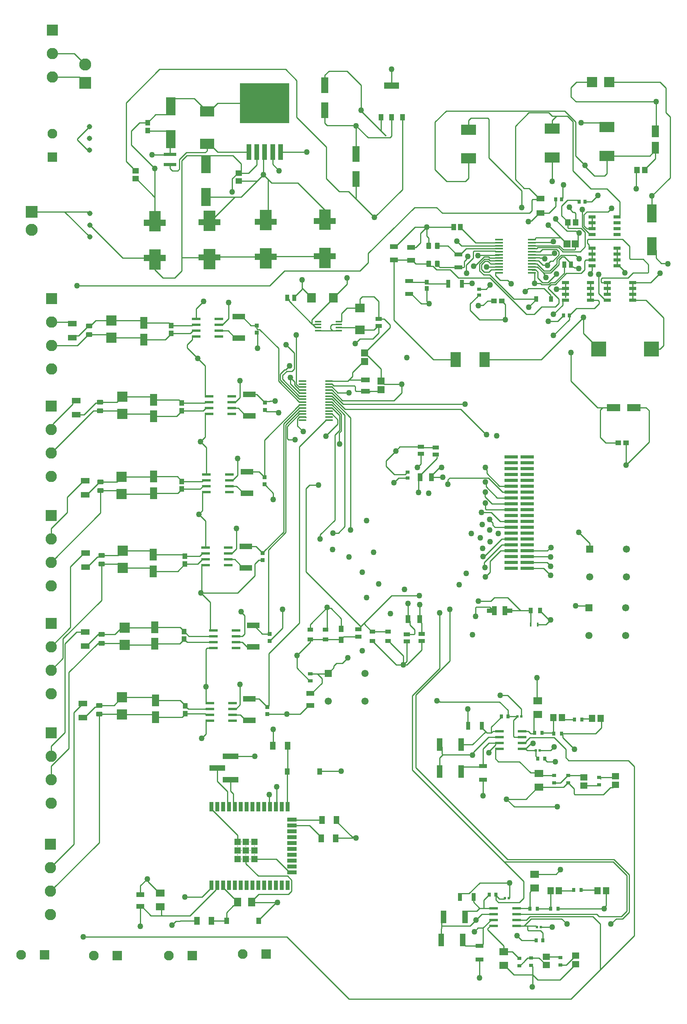
<source format=gtl>
G04*
G04 #@! TF.GenerationSoftware,Altium Limited,Altium Designer,22.1.2 (22)*
G04*
G04 Layer_Physical_Order=1*
G04 Layer_Color=255*
%FSLAX23Y23*%
%MOIN*%
G70*
G04*
G04 #@! TF.SameCoordinates,EFA1FED7-213C-4DAE-99C9-92C2F6BD185D*
G04*
G04*
G04 #@! TF.FilePolarity,Positive*
G04*
G01*
G75*
%ADD15C,0.010*%
%ADD16R,0.118X0.063*%
%ADD17R,0.048X0.042*%
%ADD18R,0.047X0.038*%
%ADD19R,0.060X0.026*%
%ADD20R,0.046X0.058*%
%ADD21R,0.063X0.102*%
%ADD22R,0.039X0.055*%
%ADD23R,0.128X0.055*%
%ADD24R,0.042X0.048*%
%ADD25R,0.059X0.075*%
%ADD26R,0.059X0.055*%
%ADD27R,0.055X0.059*%
%ADD28R,0.075X0.059*%
%ADD29R,0.068X0.038*%
%ADD30R,0.021X0.024*%
%ADD31R,0.063X0.138*%
%ADD32R,0.079X0.157*%
%ADD33R,0.037X0.031*%
%ADD34R,0.126X0.086*%
%ADD35R,0.059X0.061*%
%ADD36R,0.037X0.053*%
%ADD37R,0.012X0.011*%
%ADD38R,0.065X0.043*%
G04:AMPARAMS|DCode=39|XSize=39mil|YSize=56mil|CornerRadius=5mil|HoleSize=0mil|Usage=FLASHONLY|Rotation=0.000|XOffset=0mil|YOffset=0mil|HoleType=Round|Shape=RoundedRectangle|*
%AMROUNDEDRECTD39*
21,1,0.039,0.046,0,0,0.0*
21,1,0.030,0.056,0,0,0.0*
1,1,0.010,0.015,-0.023*
1,1,0.010,-0.015,-0.023*
1,1,0.010,-0.015,0.023*
1,1,0.010,0.015,0.023*
%
%ADD39ROUNDEDRECTD39*%
%ADD40R,0.071X0.018*%
%ADD41R,0.055X0.017*%
%ADD42R,0.039X0.071*%
%ADD43R,0.053X0.037*%
%ADD44R,0.071X0.051*%
%ADD45R,0.030X0.033*%
%ADD46R,0.036X0.048*%
%ADD47R,0.033X0.030*%
%ADD48R,0.067X0.037*%
%ADD49R,0.038X0.068*%
%ADD50R,0.125X0.130*%
%ADD51R,0.043X0.053*%
%ADD52R,0.036X0.042*%
%ADD53R,0.086X0.126*%
%ADD54R,0.067X0.043*%
%ADD55R,0.075X0.059*%
%ADD56R,0.045X0.067*%
%ADD57R,0.035X0.079*%
%ADD58O,0.067X0.014*%
%ADD59R,0.078X0.084*%
%ADD60R,0.039X0.030*%
%ADD61R,0.053X0.033*%
%ADD62R,0.044X0.056*%
%ADD63R,0.058X0.046*%
%ADD64R,0.106X0.031*%
%ADD65R,0.078X0.021*%
%ADD66R,0.072X0.046*%
G04:AMPARAMS|DCode=67|XSize=39mil|YSize=56mil|CornerRadius=5mil|HoleSize=0mil|Usage=FLASHONLY|Rotation=270.000|XOffset=0mil|YOffset=0mil|HoleType=Round|Shape=RoundedRectangle|*
%AMROUNDEDRECTD67*
21,1,0.039,0.046,0,0,270.0*
21,1,0.030,0.056,0,0,270.0*
1,1,0.010,-0.023,-0.015*
1,1,0.010,-0.023,0.015*
1,1,0.010,0.023,0.015*
1,1,0.010,0.023,-0.015*
%
%ADD67ROUNDEDRECTD67*%
%ADD68R,0.086X0.086*%
%ADD69R,0.031X0.037*%
%ADD70R,0.061X0.061*%
%ADD71R,0.075X0.043*%
%ADD72R,0.084X0.078*%
%ADD73R,0.107X0.050*%
%ADD74R,0.037X0.035*%
%ADD75R,0.115X0.029*%
%ADD76R,0.079X0.035*%
%ADD77R,0.050X0.107*%
%ADD78R,0.026X0.035*%
%ADD79R,0.124X0.087*%
%ADD80C,0.040*%
%ADD81C,0.039*%
%ADD82R,0.038X0.047*%
%ADD83R,0.086X0.086*%
%ADD84R,0.052X0.052*%
%ADD85R,0.135X0.050*%
%ADD86R,0.018X0.037*%
%ADD87R,0.037X0.031*%
%ADD135C,0.061*%
%ADD138C,0.045*%
%ADD144R,0.079X0.079*%
%ADD145R,0.039X0.134*%
%ADD146R,0.421X0.339*%
%ADD147R,0.097X0.097*%
%ADD148C,0.097*%
%ADD149R,0.103X0.103*%
%ADD150C,0.103*%
%ADD151R,0.083X0.083*%
%ADD152C,0.083*%
%ADD153C,0.012*%
%ADD154R,0.083X0.083*%
%ADD155C,0.050*%
G36*
X2834Y6785D02*
X2878D01*
Y6734D01*
X2834D01*
Y6687D01*
X2736D01*
Y6734D01*
X2692D01*
Y6785D01*
X2736D01*
Y6860D01*
X2834D01*
Y6785D01*
D02*
G37*
G36*
X2329Y6780D02*
X2373D01*
Y6729D01*
X2329D01*
Y6682D01*
X2231D01*
Y6729D01*
X2187D01*
Y6780D01*
X2231D01*
Y6855D01*
X2329D01*
Y6780D01*
D02*
G37*
G36*
X1849Y6775D02*
X1893D01*
Y6724D01*
X1849D01*
Y6677D01*
X1751D01*
Y6724D01*
X1707D01*
Y6775D01*
X1751D01*
Y6850D01*
X1849D01*
Y6775D01*
D02*
G37*
G36*
X1384Y6771D02*
X1428D01*
Y6719D01*
X1384D01*
Y6672D01*
X1286D01*
Y6719D01*
X1242D01*
Y6771D01*
X1286D01*
Y6845D01*
X1384D01*
Y6771D01*
D02*
G37*
G36*
X2834Y6486D02*
X2878D01*
Y6435D01*
X2834D01*
Y6360D01*
X2736D01*
Y6435D01*
X2692D01*
Y6486D01*
X2736D01*
Y6533D01*
X2834D01*
Y6486D01*
D02*
G37*
G36*
X2329Y6481D02*
X2373D01*
Y6430D01*
X2329D01*
Y6355D01*
X2231D01*
Y6430D01*
X2187D01*
Y6481D01*
X2231D01*
Y6528D01*
X2329D01*
Y6481D01*
D02*
G37*
G36*
X1849Y6476D02*
X1893D01*
Y6425D01*
X1849D01*
Y6350D01*
X1751D01*
Y6425D01*
X1707D01*
Y6476D01*
X1751D01*
Y6523D01*
X1849D01*
Y6476D01*
D02*
G37*
G36*
X1384Y6471D02*
X1428D01*
Y6420D01*
X1384D01*
Y6345D01*
X1286D01*
Y6420D01*
X1242D01*
Y6471D01*
X1286D01*
Y6519D01*
X1384D01*
Y6471D01*
D02*
G37*
G36*
X4342Y3457D02*
X4385D01*
Y3418D01*
X4342D01*
Y3398D01*
X4302D01*
Y3477D01*
X4342D01*
Y3457D01*
D02*
G37*
G36*
X4251Y3398D02*
X4212D01*
Y3418D01*
X4168D01*
Y3457D01*
X4212D01*
Y3477D01*
X4251D01*
Y3398D01*
D02*
G37*
D15*
X1776Y2650D02*
X1803D01*
X1780Y3120D02*
X1808D01*
X1770Y3110D02*
X1780Y3120D01*
X1770Y2655D02*
X1776Y2650D01*
X1770Y2655D02*
Y3110D01*
X2925Y3283D02*
Y3370D01*
X2805Y3465D02*
X2811Y3459D01*
X2836D01*
X2925Y3370D01*
X2660Y3274D02*
X2665Y3269D01*
X3306Y4669D02*
Y4716D01*
Y4669D02*
X3376Y4599D01*
X3470D01*
X3306Y4716D02*
X3390Y4800D01*
X3476Y4606D02*
Y4609D01*
X3487Y4620D01*
X3470Y4599D02*
X3476Y4606D01*
X3487Y4620D02*
X3490D01*
X3415Y4570D02*
X3490D01*
X3375Y4530D02*
X3415Y4570D01*
X3390Y4800D02*
X3425Y4835D01*
X2906Y4864D02*
Y4952D01*
X2925Y4971D01*
X2906Y4864D02*
X2910Y4860D01*
X2001Y7319D02*
X2070Y7250D01*
X2050Y7170D02*
X2052D01*
X2070Y7188D01*
Y7250D01*
X1804Y7319D02*
X2001D01*
X1605Y7345D02*
X1765D01*
X1545Y7285D02*
X1605Y7345D01*
X1765D02*
X1780Y7360D01*
X1545Y7205D02*
Y7285D01*
X1465Y7330D02*
Y7525D01*
Y7210D02*
Y7243D01*
X1485Y7190D02*
X1530D01*
X1465Y7210D02*
X1485Y7190D01*
X1530D02*
X1545Y7205D01*
X1565Y7277D02*
X1606Y7319D01*
X1565Y6450D02*
Y7277D01*
X1780Y7360D02*
Y7420D01*
X1460Y7325D02*
X1465Y7330D01*
X1310Y7325D02*
X1460D01*
X1277Y7530D02*
X1470D01*
X4550Y6850D02*
Y6939D01*
X3786Y6830D02*
X4530D01*
X4550Y6850D01*
Y6939D02*
X4556Y6945D01*
X4618D01*
X3738Y6877D02*
X3786Y6830D01*
X3520Y6536D02*
X3521Y6537D01*
X3600Y6575D02*
Y6655D01*
X3562Y6537D02*
X3600Y6575D01*
Y6655D02*
X3655Y6710D01*
X3521Y6537D02*
X3562D01*
X4100Y6180D02*
X4160D01*
X4195Y6215D01*
X4025Y6054D02*
X4088Y6117D01*
X4025Y6000D02*
Y6054D01*
Y6000D02*
X4105Y5920D01*
X4520Y6185D02*
X4655D01*
X4495Y6160D02*
X4520Y6185D01*
X4655D02*
X4712Y6128D01*
Y6098D02*
X4714Y6095D01*
X4712Y6098D02*
Y6128D01*
X4750Y6220D02*
X4845Y6315D01*
X4970D02*
X5000Y6345D01*
X4845Y6315D02*
X4970D01*
X5000Y6345D02*
Y6420D01*
X5025Y6571D02*
Y6599D01*
X5325Y6605D02*
X5385Y6545D01*
X5025Y6599D02*
X5031Y6605D01*
X5325D01*
X4850Y6675D02*
X4925D01*
X4933Y6671D02*
X4945Y6659D01*
X4929Y6671D02*
X4933D01*
X4945Y6655D02*
Y6659D01*
X4925Y6675D02*
X4929Y6671D01*
X4755Y6770D02*
X4850Y6675D01*
X4870Y6869D02*
X4887Y6852D01*
X4870Y6869D02*
Y6880D01*
X4938Y6940D02*
X4941Y6937D01*
X4805Y6890D02*
X4855Y6940D01*
X4954Y6925D02*
Y6927D01*
X4944Y6937D02*
X4954Y6927D01*
X4941Y6937D02*
X4944D01*
X4855Y6940D02*
X4938D01*
X4805Y6807D02*
Y6890D01*
X4887Y6849D02*
Y6852D01*
Y6849D02*
X4900Y6836D01*
X4945Y6655D02*
X4950Y6660D01*
X4955D01*
X4900Y6836D02*
X4914D01*
X4805Y6807D02*
X4856Y6756D01*
X4815Y6963D02*
Y7065D01*
X4820Y7070D01*
X4815Y6962D02*
X4815Y6963D01*
X4805Y6945D02*
X4815Y6955D01*
Y6962D01*
X4724Y7655D02*
X4760D01*
X4694Y7685D02*
X4724Y7655D01*
X4760D02*
X4854D01*
X4724Y7619D02*
X4760Y7655D01*
X4724Y7548D02*
Y7619D01*
X4525Y7685D02*
X4694D01*
X4410Y7570D02*
X4525Y7685D01*
X3185Y3260D02*
X3190D01*
X3325D01*
X3080Y3280D02*
X3092Y3292D01*
Y3302D02*
X3124Y3334D01*
Y3321D02*
X3185Y3260D01*
X2100Y3240D02*
Y3394D01*
X2027Y3220D02*
X2080D01*
X2100Y3240D01*
X2070Y3424D02*
X2100Y3394D01*
X2070Y3424D02*
Y3430D01*
X1765Y5271D02*
Y5525D01*
X1770Y5265D02*
X1798D01*
X1765Y5271D02*
X1770Y5265D01*
X1700Y5590D02*
X1765Y5525D01*
X2219Y1019D02*
X2474D01*
X2500Y1045D02*
Y1140D01*
X2474Y1019D02*
X2500Y1045D01*
X2466Y1174D02*
X2500Y1140D01*
X2216Y1174D02*
X2466D01*
X615Y3295D02*
Y3813D01*
X450Y3130D02*
X615Y3295D01*
Y3813D02*
X732Y3930D01*
X3560Y2100D02*
Y2720D01*
X3850Y3010D01*
X3560Y2100D02*
X4345Y1315D01*
X4075Y1535D02*
X4075D01*
X3530Y2080D02*
Y2713D01*
Y2080D02*
X4075Y1535D01*
X4075D02*
X4315Y1295D01*
X4567Y2403D02*
Y2527D01*
Y2403D02*
X4575Y2395D01*
X4567Y2527D02*
X4592Y2552D01*
X4600D01*
X4595Y2675D02*
X4600Y2670D01*
X4595Y2675D02*
Y2866D01*
X3766Y2660D02*
X4275D01*
X4347Y2535D02*
Y2588D01*
X4275Y2660D02*
X4347Y2588D01*
X3748Y2662D02*
X3764D01*
X3740Y2670D02*
X3748Y2662D01*
X3764D02*
X3766Y2660D01*
X4140Y900D02*
Y969D01*
X4186Y1015D01*
X4125Y850D02*
X4225D01*
X1808Y3270D02*
Y3510D01*
X1342Y7668D02*
X1470D01*
X4675Y6385D02*
X4680Y6390D01*
X4462Y2535D02*
Y2598D01*
X4345Y2715D02*
X4462Y2598D01*
X4280Y2715D02*
X4345D01*
X4005Y2457D02*
Y2600D01*
Y2457D02*
X4007Y2455D01*
X4168Y2395D02*
X4205D01*
X4157Y2407D02*
X4168Y2395D01*
X4205D02*
Y2445D01*
X4123Y2441D02*
Y2455D01*
X4045Y2295D02*
X4156Y2406D01*
X4123Y2440D02*
X4157Y2407D01*
X4240Y2175D02*
Y2254D01*
X4265Y2150D02*
X4445D01*
X4240Y2175D02*
X4265Y2150D01*
X4246Y2260D02*
X4273D01*
X4240Y2254D02*
X4246Y2260D01*
X4242Y2292D02*
Y2305D01*
X4185Y2225D02*
Y2236D01*
X4242Y2292D01*
X4135Y1860D02*
Y1997D01*
X4617Y2245D02*
X4710D01*
X4740Y2275D01*
X4865Y2160D02*
X5375D01*
X5425Y2110D01*
X4840Y2185D02*
X4865Y2160D01*
X4355Y985D02*
X4359Y989D01*
Y1114D01*
X4244Y1010D02*
Y1015D01*
Y971D02*
Y1010D01*
X4316Y980D02*
X4321Y985D01*
X4274Y980D02*
X4316D01*
X4244Y1010D02*
X4274Y980D01*
X4265Y950D02*
X4445D01*
X4244Y971D02*
X4265Y950D01*
X5270Y810D02*
X5325D01*
X5225Y765D02*
X5270Y810D01*
X4805D02*
X4850Y765D01*
X4545Y810D02*
X4805D01*
X4535Y830D02*
X5070D01*
X4627Y740D02*
X4725D01*
X4586Y747D02*
X4587D01*
X4513Y750D02*
X4583D01*
X4593Y740D02*
Y741D01*
X4587Y747D02*
X4593Y741D01*
X4583Y750D02*
X4586Y747D01*
X4025Y750D02*
X4075Y800D01*
X3779Y728D02*
Y750D01*
X4025D01*
X3779D02*
Y805D01*
X4075Y800D02*
X4125Y850D01*
X3778Y630D02*
Y727D01*
X4519Y710D02*
X4625D01*
X4645Y690D01*
Y624D02*
Y690D01*
X4513Y716D02*
Y750D01*
Y716D02*
X4519Y710D01*
X4060Y700D02*
X4091Y731D01*
X4134D01*
X2300Y6775D02*
Y7115D01*
X2280Y6755D02*
X2300Y6775D01*
X2260Y7155D02*
X2300Y7115D01*
X2330Y7085D01*
X2555D01*
X2785Y6760D02*
Y6855D01*
X2555Y7085D02*
X2785Y6855D01*
X2797Y7122D02*
Y7392D01*
Y7122D02*
X2908Y7012D01*
X2987D02*
X3050Y6949D01*
X2908Y7012D02*
X2987D01*
X1995Y7010D02*
Y7121D01*
X2044Y7170D02*
X2050D01*
X1995Y7121D02*
X2044Y7170D01*
X4900Y7190D02*
X5055Y7035D01*
X4900Y7190D02*
Y7609D01*
X5055Y7035D02*
X5189D01*
X5300Y6924D01*
X3355Y7914D02*
Y8055D01*
X3207Y6792D02*
X3446Y7030D01*
Y7646D01*
X1565Y6335D02*
Y6450D01*
X1800D01*
X1335Y6345D02*
X1405Y6275D01*
X1335Y6345D02*
Y6446D01*
X1405Y6275D02*
X1505D01*
X1565Y6335D01*
X670Y6210D02*
X2315D01*
X2440Y6335D01*
X1606Y7319D02*
X1736D01*
X1770Y7284D01*
Y7245D02*
Y7284D01*
X1059Y6446D02*
X1335D01*
X780Y6725D02*
X1059Y6446D01*
X1800Y6450D02*
X1805Y6455D01*
X2280D01*
X2285Y6460D02*
X2785D01*
X2280Y6455D02*
X2285Y6460D01*
X1090Y7269D02*
X1146Y7213D01*
X1090Y7269D02*
Y7770D01*
X1164Y7189D02*
X1170D01*
X1146Y7207D02*
X1164Y7189D01*
X1146Y7207D02*
Y7213D01*
X1090Y7770D02*
X1375Y8055D01*
X2450D01*
X2545Y7645D02*
Y7960D01*
X2450Y8055D02*
X2545Y7960D01*
Y7645D02*
X2797Y7392D01*
X1335Y6962D02*
Y7210D01*
X2206Y7101D02*
X2260Y7155D01*
X3050Y6949D02*
X3207Y6792D01*
X3050Y6949D02*
Y7119D01*
X1470Y7739D02*
Y7771D01*
X1504Y7805D01*
X1671D01*
X1780Y7696D01*
X1799D01*
X1135Y7410D02*
X1335Y7210D01*
X1135Y7410D02*
Y7530D01*
X1203Y7598D02*
X1275D01*
X1135Y7530D02*
X1203Y7598D01*
X1176Y7121D02*
X1335Y6962D01*
X1170Y7121D02*
X1176D01*
X1335Y6745D02*
Y6962D01*
X1770Y7284D02*
X1804Y7319D01*
X2205Y7240D02*
Y7350D01*
X2135Y7170D02*
X2205Y7240D01*
X2050Y7170D02*
X2135D01*
X2070Y6965D02*
X2206Y7101D01*
X2050D02*
X2206D01*
X1770Y6965D02*
X2016D01*
X2070D01*
X1800Y6750D02*
X2016Y6965D01*
X2339Y7246D02*
Y7350D01*
Y7246D02*
X2395Y7190D01*
X3049Y7575D02*
X3051Y7573D01*
X2805Y7575D02*
X3049D01*
X2785Y7595D02*
Y7707D01*
Y7595D02*
X2805Y7575D01*
X2785Y7920D02*
Y8005D01*
X2820Y8040D01*
X2975D01*
X3095Y7920D01*
Y7705D02*
Y7920D01*
Y7699D02*
X3264Y7529D01*
X3095Y7699D02*
Y7705D01*
X3051Y7573D02*
X3153Y7471D01*
X3305D01*
X3050Y7572D02*
X3051Y7573D01*
X3050Y7331D02*
Y7572D01*
X3341Y7471D02*
X3355Y7485D01*
X3305Y7471D02*
X3341D01*
X3355Y7485D02*
Y7646D01*
X3305Y7489D02*
X3305D01*
X3264Y7529D02*
Y7646D01*
Y7529D02*
X3305Y7489D01*
X5085Y7145D02*
X5170D01*
X5005Y7225D02*
X5085Y7145D01*
X5170D02*
X5190Y7165D01*
X5005Y7225D02*
Y7235D01*
X4925Y7315D02*
X5005Y7235D01*
X5190Y7165D02*
Y7317D01*
X5558D01*
X4009Y7124D02*
Y7294D01*
X3985Y7100D02*
X4009Y7124D01*
X3825Y7100D02*
X3985D01*
X3725Y7200D02*
X3825Y7100D01*
X3725Y7200D02*
Y7605D01*
X3820Y7700D02*
X4830D01*
X3725Y7605D02*
X3820Y7700D01*
X4830D02*
X4925Y7605D01*
X4854Y7655D02*
X4900Y7609D01*
X4925Y7315D02*
Y7605D01*
X5259Y7780D02*
X5610D01*
X5258Y7779D02*
X5259Y7780D01*
X4885Y7820D02*
X4926Y7779D01*
X5258D01*
X4885Y7820D02*
Y7900D01*
X4930Y7945D02*
X5064D01*
X4885Y7900D02*
X4930Y7945D01*
X5645D02*
X5695Y7895D01*
X5210Y7945D02*
X5645D01*
X5695Y7685D02*
Y7895D01*
Y7685D02*
X5730Y7650D01*
Y7130D02*
Y7650D01*
X5575Y6975D02*
X5730Y7130D01*
X4527Y7040D02*
X4615Y6952D01*
X4625D01*
X4485Y7040D02*
X4527D01*
X4410Y7115D02*
Y7570D01*
Y7115D02*
X4485Y7040D01*
X4030Y7640D02*
X4175D01*
X4185Y7300D02*
Y7630D01*
X4009Y7540D02*
Y7619D01*
X4030Y7640D01*
X4175D02*
X4185Y7630D01*
X5575Y6825D02*
Y6975D01*
X5060Y6925D02*
X5115Y6980D01*
X5005Y6925D02*
X5060D01*
X4990Y5802D02*
Y5940D01*
Y5802D02*
X5120Y5672D01*
Y5670D02*
Y5672D01*
X5052Y6185D02*
Y6235D01*
Y6135D02*
Y6185D01*
Y6085D02*
Y6135D01*
Y6085D02*
X5115D01*
X5125Y6075D01*
Y6055D02*
Y6075D01*
X5085Y6015D02*
X5125Y6055D01*
X4870Y5957D02*
X4880Y5967D01*
X4882D01*
X4870Y5955D02*
Y5957D01*
X4882Y5967D02*
X4930Y6015D01*
X5085D01*
X5155Y5170D02*
X5248D01*
X5110D02*
X5155D01*
X4870Y5920D02*
Y5955D01*
X4735Y5785D02*
X4870Y5920D01*
X4885Y5395D02*
Y5640D01*
X4630Y5580D02*
X4990Y5940D01*
X4148Y5580D02*
X4630D01*
X4885Y5395D02*
X5110Y5170D01*
X5135Y5150D02*
X5155Y5170D01*
X5135Y4915D02*
Y5150D01*
Y4915D02*
X5180Y4870D01*
X5287D01*
X5550Y4875D02*
Y5145D01*
X5355Y4680D02*
X5550Y4875D01*
X5525Y5170D02*
X5550Y5145D01*
X5422Y5170D02*
X5525D01*
X5353Y4870D02*
X5355Y4868D01*
Y4680D02*
Y4868D01*
X4725Y7100D02*
Y7301D01*
X4724Y7302D02*
X4725Y7301D01*
X2440Y6335D02*
X3085D01*
X3155Y6405D01*
Y6484D01*
X3549Y6877D01*
X3738D01*
X4618Y6945D02*
X4625Y6952D01*
X4127Y2105D02*
X4135Y2113D01*
X3947Y2105D02*
X4127D01*
X5135Y375D02*
X5425Y665D01*
Y2110D01*
X4803Y2390D02*
X5095D01*
X5144Y2439D01*
X4840Y2185D02*
Y2255D01*
X4740Y2355D02*
X4840Y2255D01*
X4535Y2355D02*
X4740D01*
X4814Y2356D02*
Y2379D01*
Y2356D02*
X4915Y2255D01*
X4803Y2390D02*
X4814Y2379D01*
X725Y655D02*
X2460D01*
X2990Y125D01*
X4885D01*
X5135Y375D01*
Y765D01*
X5070Y830D02*
X5135Y765D01*
X4505Y800D02*
X4535Y830D01*
X4419Y800D02*
X4505D01*
X5105Y850D02*
X5125Y830D01*
X4485Y750D02*
X4545Y810D01*
X5125Y830D02*
X5315D01*
X4419Y850D02*
X5105D01*
X5315Y830D02*
X5360Y875D01*
X4485Y750D02*
X4513D01*
X4419D02*
X4485D01*
X5325Y810D02*
X5380Y865D01*
X4345Y1315D02*
X5250D01*
X5380Y865D02*
Y1185D01*
X5250Y1315D02*
X5380Y1185D01*
X4972Y1055D02*
X5105D01*
X5110Y1050D01*
X5360Y875D02*
Y1180D01*
X5245Y1295D02*
X5360Y1180D01*
X4315Y1295D02*
X5245D01*
X4315D02*
X4481Y1129D01*
X4419Y900D02*
X4528D01*
X4445Y950D02*
X4481Y986D01*
X4533Y895D02*
Y1037D01*
X4481Y986D02*
Y1129D01*
X4528Y900D02*
X4533Y895D01*
Y1037D02*
X4567Y1072D01*
X4575D01*
X4105Y305D02*
Y462D01*
X4015Y1024D02*
X4106Y1115D01*
X4360D01*
X3937Y995D02*
Y1010D01*
X3951Y1024D01*
X4015D01*
X4756Y1190D02*
X4794Y1228D01*
X4575Y1190D02*
X4756D01*
X5168Y896D02*
Y907D01*
X5183Y922D02*
Y1050D01*
X5168Y907D02*
X5183Y922D01*
X4776Y896D02*
X5168D01*
X4775Y895D02*
X4776Y896D01*
X4903Y1050D02*
X4908Y1055D01*
X4781Y1050D02*
X4903D01*
X4709Y896D02*
Y1050D01*
Y896D02*
X4710Y895D01*
X4597D02*
X4710D01*
X4465Y625D02*
X4590D01*
X4425Y665D02*
X4465Y625D01*
X4359Y1114D02*
X4360Y1115D01*
X4140Y900D02*
X4225D01*
X4105D02*
X4140D01*
X4185Y2310D02*
X4247D01*
X4659Y2170D02*
X4679Y2150D01*
X4750D01*
X4242Y2305D02*
X4247Y2310D01*
X4273D01*
X4135Y2113D02*
Y2260D01*
X4185Y2310D01*
X4045Y2205D02*
X4053Y2213D01*
Y2233D01*
X4180Y2360D01*
X3790Y2210D02*
X4040D01*
X4045Y2205D01*
X4180Y2360D02*
X4273D01*
X3948Y2295D02*
X4045D01*
X4134Y592D02*
Y731D01*
X4203Y800D01*
X4225D01*
X4558Y233D02*
Y333D01*
X4555Y230D02*
X4558Y233D01*
X4318Y412D02*
X4397Y333D01*
X4310Y412D02*
X4318D01*
X4397Y333D02*
X4558D01*
Y402D01*
X4601Y290D02*
X4791D01*
X4545Y413D02*
X4548D01*
X4558Y402D01*
Y333D02*
X4601Y290D01*
X4791D02*
X4923Y422D01*
X4925D01*
X4923Y495D02*
X4925D01*
X4795Y415D02*
X4843D01*
X4923Y495D01*
X4675Y486D02*
X4789D01*
X4795Y480D01*
X4545Y477D02*
X4609D01*
X4673Y414D01*
X4675D01*
X4486Y446D02*
Y449D01*
X4515Y477D01*
X4445Y408D02*
X4448D01*
X4486Y446D01*
X4515Y477D02*
X4545D01*
X4310Y530D02*
X4385D01*
X4442Y472D01*
X4445D01*
X4174Y728D02*
X4196Y750D01*
X4174Y716D02*
Y728D01*
Y716D02*
X4310Y580D01*
X4196Y750D02*
X4225D01*
X4310Y530D02*
Y580D01*
X3962Y601D02*
X3985Y578D01*
X4105D01*
X3962Y601D02*
Y630D01*
X4120Y578D02*
X4134Y592D01*
X4105Y578D02*
X4120D01*
X3778Y727D02*
X3779Y728D01*
Y805D02*
X3798Y825D01*
X4001Y874D02*
X4079D01*
X3982Y825D02*
Y854D01*
X4001Y874D01*
X4079D02*
X4105Y900D01*
X4053Y952D02*
X4105Y900D01*
X4053Y952D02*
Y995D01*
X5440Y7035D02*
Y7189D01*
X5446Y7195D01*
X5605Y7526D02*
X5610Y7531D01*
Y7780D01*
X5605Y7364D02*
Y7384D01*
Y7291D02*
Y7364D01*
X5515Y7201D02*
X5605Y7291D01*
X5515Y7195D02*
Y7201D01*
X5558Y7317D02*
X5605Y7364D01*
X5153Y7600D02*
X5190Y7563D01*
X4970Y7600D02*
X5153D01*
X5292Y6795D02*
X5300Y6803D01*
X5277Y6795D02*
X5292D01*
X5300Y6803D02*
Y6924D01*
X5200Y6840D02*
X5230Y6870D01*
X5020Y6840D02*
X5200D01*
X4914Y6836D02*
X4925Y6825D01*
X4780Y6428D02*
X4807Y6455D01*
X4801Y6470D02*
X4925D01*
X4550Y6575D02*
X4554Y6579D01*
X4807Y6455D02*
X4828D01*
X4615Y6449D02*
X4620Y6444D01*
X4692Y6550D02*
X4692Y6550D01*
X4780Y6390D02*
Y6428D01*
X4620Y6444D02*
X4654D01*
X4640Y6519D02*
X4730D01*
X4551Y6449D02*
X4615D01*
X4729Y6420D02*
X4780Y6471D01*
X4915Y6514D02*
X4920Y6519D01*
Y6565D01*
X4550Y6473D02*
X4722D01*
X4730Y6519D02*
X4731Y6520D01*
X4683Y6382D02*
Y6387D01*
X4963Y6499D02*
X5005Y6541D01*
X4554Y6579D02*
X4729D01*
X4780Y6471D02*
Y6499D01*
X4765Y6396D02*
Y6434D01*
X4801Y6470D01*
X4822Y6514D02*
X4915D01*
X4724Y6535D02*
X4724Y6535D01*
X4654Y6444D02*
X4660Y6438D01*
X4600Y6535D02*
X4724D01*
X4731Y6520D02*
X4759D01*
X4607Y6422D02*
X4643Y6385D01*
X4692Y6550D02*
X4785D01*
X4779Y6535D02*
X4815Y6499D01*
X4680Y6390D02*
X4683Y6387D01*
X4643Y6385D02*
X4675D01*
X4815Y6499D02*
X4963D01*
X5005Y6541D02*
Y6665D01*
X4710Y6420D02*
X4729D01*
X4729Y6579D02*
X4735Y6585D01*
X4759Y6520D02*
X4780Y6499D01*
X4550Y6422D02*
X4607D01*
X4785Y6550D02*
X4822Y6514D01*
X4724Y6535D02*
X4779D01*
X4580Y6614D02*
X4586Y6620D01*
X4796D01*
X4580Y6605D02*
Y6614D01*
X4576Y6601D02*
X4580Y6605D01*
X4828Y6455D02*
X4885Y6398D01*
X4680Y6390D02*
X4710Y6420D01*
Y6320D02*
X4780Y6390D01*
X4704Y6335D02*
X4765Y6396D01*
X4550Y6498D02*
X4619D01*
X4640Y6519D01*
X4553Y6527D02*
X4592D01*
X4550Y6550D02*
X4692D01*
X4550Y6524D02*
X4553Y6527D01*
X4592D02*
X4600Y6535D01*
X2630Y7350D02*
X2641D01*
X2339D02*
X2353Y7336D01*
X2260Y7338D02*
X2272Y7350D01*
X2260Y7155D02*
Y7338D01*
X2406Y7350D02*
X2630D01*
X1275Y7600D02*
X1342Y7668D01*
X1275Y7598D02*
Y7600D01*
X1470Y7669D02*
X1496Y7696D01*
X1470Y7668D02*
Y7669D01*
X1870Y7767D02*
X2272D01*
X1799Y7696D02*
X1870Y7767D01*
X1275Y7532D02*
X1277Y7530D01*
X1465Y7525D02*
X1470Y7530D01*
X1869Y7350D02*
X2138D01*
X1799Y7420D02*
X1869Y7350D01*
X1780Y7420D02*
X1799D01*
X4135Y6042D02*
X4173Y6079D01*
X4215D01*
X4095Y6040D02*
X4097Y6042D01*
X4135D01*
X4105Y5920D02*
X4325D01*
X4088Y6117D02*
Y6119D01*
X4098Y6129D02*
X4100D01*
X4088Y6119D02*
X4098Y6129D01*
X4293Y6080D02*
X4325Y6048D01*
Y5920D02*
Y6048D01*
X4399Y1766D02*
X4767D01*
X4335Y1830D02*
X4399Y1766D01*
X5160Y1870D02*
X5219Y1929D01*
X5242D02*
X5265Y1952D01*
X5219Y1929D02*
X5242D01*
X4910Y1876D02*
X4916Y1870D01*
X4910Y1876D02*
Y1918D01*
X4916Y1870D02*
X5160D01*
X4873Y1954D02*
X4910Y1918D01*
X4860Y1968D02*
X4863D01*
X4873Y1957D01*
Y1954D02*
Y1957D01*
X4820Y1931D02*
X4857Y1968D01*
X4860D01*
X4610Y1931D02*
X4820D01*
X4335Y1830D02*
X4501D01*
X4602Y1931D02*
X4610D01*
X4501Y1830D02*
X4602Y1931D01*
X5125Y2016D02*
X5126D01*
X5257Y2017D02*
X5265Y2025D01*
X5125Y2017D02*
X5257D01*
X5116Y1944D02*
X5125Y1953D01*
X4995Y1944D02*
X5116D01*
X4860Y2032D02*
X4979D01*
X4995Y2016D01*
X4739Y1969D02*
X4740D01*
Y1968D02*
X4793D01*
X4857Y2032D01*
X4860D01*
X4627D02*
X4740D01*
X4610Y2049D02*
X4627Y2032D01*
X2250Y3240D02*
X2315D01*
X2308Y2628D02*
Y3073D01*
X2567Y3332D02*
Y4836D01*
X2308Y3073D02*
X2567Y3332D01*
X3455Y2977D02*
X3485Y3006D01*
X2315Y3180D02*
X2425Y3290D01*
Y3450D01*
X4445Y2150D02*
X4539Y2056D01*
X4606D01*
X1595Y2560D02*
X1765D01*
X1775Y2550D01*
X1803D01*
X1620Y2600D02*
X1803D01*
X1611Y2606D02*
X1614D01*
X1620Y2600D01*
X1595Y2622D02*
Y2625D01*
Y2622D02*
X1611Y2606D01*
X1595Y2625D02*
Y2628D01*
X1340Y2671D02*
X1552D01*
X1595Y2628D01*
Y2557D02*
Y2560D01*
X1340Y2529D02*
X1567D01*
X1595Y2557D01*
X1055Y2553D02*
X1316D01*
X1340Y2529D01*
X1314Y2699D02*
X1340Y2672D01*
Y2671D02*
Y2672D01*
X1055Y2699D02*
X1314D01*
X1585Y3192D02*
X1601Y3176D01*
X1585Y3192D02*
Y3195D01*
X1601Y3176D02*
X1604D01*
X1610Y3170D01*
X1833D01*
X1585Y3257D02*
Y3260D01*
Y3257D02*
X1601Y3241D01*
X1604D01*
X1625Y3220D01*
X1833D01*
X1585Y3260D02*
Y3263D01*
X1335Y3296D02*
X1552D01*
X1585Y3263D01*
X1547Y3154D02*
X1585Y3192D01*
X1335Y3154D02*
X1547D01*
X1077Y3146D02*
X1327D01*
X1335Y3154D01*
X1331Y3292D02*
X1335Y3296D01*
X1077Y3292D02*
X1331D01*
X1702Y3837D02*
X1740Y3875D01*
X1768D01*
X1590Y3837D02*
X1702D01*
X1529Y3773D02*
X1590Y3835D01*
X1320Y3773D02*
X1529D01*
X1590Y3835D02*
Y3837D01*
X1060Y3802D02*
X1294D01*
X1320Y3776D01*
Y3773D02*
Y3776D01*
X1717Y3903D02*
X1740Y3925D01*
X1768D01*
X1590Y3903D02*
X1717D01*
X1578Y3915D02*
X1590Y3903D01*
X1320Y3915D02*
X1578D01*
X1294Y3948D02*
X1320Y3922D01*
Y3915D02*
Y3922D01*
X1060Y3948D02*
X1294D01*
X1722Y4475D02*
X1747Y4500D01*
X1775D01*
X1565Y4475D02*
X1722D01*
X1747Y4550D02*
X1775D01*
X1565Y4540D02*
X1737D01*
X1747Y4550D01*
X1565Y4472D02*
Y4475D01*
X1325Y4439D02*
X1532D01*
X1565Y4472D01*
X1527Y4581D02*
X1565Y4543D01*
X1325Y4581D02*
X1527D01*
X1565Y4540D02*
Y4543D01*
X1052Y4432D02*
X1318D01*
X1325Y4439D01*
X1052Y4578D02*
X1322D01*
X1325Y4581D01*
X1770Y5165D02*
X1798D01*
X1565Y5142D02*
X1747D01*
X1770Y5165D01*
X1520Y5094D02*
X1565Y5140D01*
Y5142D01*
X1325Y5094D02*
X1520D01*
X1057Y5115D02*
X1304D01*
X1325Y5094D01*
X1565Y5208D02*
X1762D01*
X1770Y5215D01*
X1798D01*
X1540Y5236D02*
X1565Y5210D01*
X1325Y5236D02*
X1540D01*
X1565Y5208D02*
Y5210D01*
X1057Y5261D02*
X1299D01*
X1325Y5236D01*
X1637Y5802D02*
X1660Y5825D01*
X1688D01*
X1475Y5802D02*
X1637D01*
X1652Y5868D02*
X1660Y5875D01*
X1475Y5868D02*
X1652D01*
X1660Y5875D02*
X1688D01*
X1455Y5891D02*
X1475Y5870D01*
X1240Y5891D02*
X1455D01*
X1475Y5868D02*
Y5870D01*
X1425Y5749D02*
X1475Y5800D01*
Y5802D01*
X1240Y5749D02*
X1425D01*
X1222Y5767D02*
X1240Y5749D01*
X965Y5767D02*
X1222D01*
X965Y5913D02*
X1218D01*
X1240Y5891D01*
X4796Y6620D02*
X4850Y6566D01*
X4691Y6725D02*
X4796Y6620D01*
X4690Y6725D02*
X4691D01*
X4850Y6565D02*
Y6566D01*
X5705Y6400D02*
X5710Y6395D01*
X5655Y6400D02*
X5705D01*
X5609Y6446D02*
X5655Y6400D01*
X5609Y6446D02*
Y6511D01*
X5575Y6545D02*
X5609Y6511D01*
X4755Y6770D02*
Y6780D01*
X4856Y6706D02*
Y6756D01*
Y6706D02*
X4862Y6700D01*
X4970D01*
X4945Y6590D02*
Y6655D01*
X4920Y6565D02*
X4945Y6590D01*
X4980Y6711D02*
Y6860D01*
X4970Y6700D02*
X5005Y6665D01*
X4980Y6711D02*
X5020Y6671D01*
Y6671D02*
Y6671D01*
Y6671D02*
X5046Y6645D01*
X5645Y5670D02*
X5675Y5700D01*
X5570Y5670D02*
X5645D01*
X5675Y5700D02*
Y5935D01*
X5409Y6085D02*
X5525D01*
X5675Y5935D01*
X5409Y6085D02*
Y6135D01*
Y6185D01*
Y6235D01*
X5564D01*
X5644Y6315D01*
X5277Y6380D02*
X5294D01*
X5345Y6329D01*
Y6320D02*
Y6329D01*
X4912Y6363D02*
X4942D01*
X4950Y6355D01*
X4885Y6382D02*
Y6390D01*
Y6382D02*
X4899Y6368D01*
X4907D01*
X4912Y6363D01*
X5000Y6420D02*
X5010Y6430D01*
X5063Y6334D02*
Y6380D01*
X5050Y6321D02*
X5063Y6334D01*
X5050Y6310D02*
Y6321D01*
X5277Y6430D02*
Y6480D01*
X5391Y6435D02*
X5500D01*
X5370Y6275D02*
X5415Y6320D01*
X5150Y6275D02*
X5370D01*
X5415Y6320D02*
X5539D01*
X5545Y6326D02*
Y6390D01*
X5539Y6320D02*
X5545Y6326D01*
X5500Y6435D02*
X5545Y6390D01*
X5385Y6441D02*
Y6545D01*
Y6441D02*
X5391Y6435D01*
X5140Y6265D02*
X5150Y6275D01*
X5140Y6241D02*
Y6265D01*
X5277Y6380D02*
Y6430D01*
Y6480D02*
Y6530D01*
X4754Y6887D02*
Y6945D01*
X4697Y6830D02*
X4754Y6887D01*
X4625Y6830D02*
X4697D01*
X4925Y6750D02*
Y6825D01*
X4995Y6815D02*
X5020Y6840D01*
Y6695D02*
X5063D01*
X4995Y6720D02*
X5020Y6695D01*
X4995Y6720D02*
Y6815D01*
X5038Y6538D02*
Y6558D01*
X5025Y6571D02*
X5038Y6558D01*
X5046Y6530D02*
X5063D01*
X5038Y6538D02*
X5046Y6530D01*
Y6645D02*
X5063D01*
Y6695D02*
Y6745D01*
Y6795D01*
X4813Y6043D02*
Y6077D01*
X4735Y5965D02*
X4813Y6043D01*
X5195Y6185D02*
Y6235D01*
Y6135D02*
Y6185D01*
X5146Y6235D02*
X5195D01*
X5140Y6241D02*
X5146Y6235D01*
X4838Y6108D02*
Y6135D01*
X4750Y6030D02*
X4780Y6060D01*
Y6095D01*
X4690Y6185D02*
X4780Y6095D01*
X4690Y6185D02*
Y6195D01*
X4838Y6135D02*
Y6185D01*
Y6235D01*
X4280Y6255D02*
X4345D01*
X4239Y6296D02*
X4280Y6255D01*
X4345D02*
X4375Y6225D01*
X4570Y5965D02*
X4635Y6030D01*
X4195Y6275D02*
X4505Y5965D01*
X4570D01*
X4769Y5905D02*
X4807Y5943D01*
X4690Y5905D02*
X4769D01*
X4819Y5953D02*
Y5955D01*
X4809Y5943D02*
X4819Y5953D01*
X4807Y5943D02*
X4809D01*
X4525Y6028D02*
X4586Y6089D01*
Y6095D01*
X4525Y6025D02*
Y6028D01*
X4635Y6030D02*
X4750D01*
X3925Y6275D02*
X4195D01*
X4190Y6301D02*
X4396Y6095D01*
X4586D01*
X4139Y6301D02*
X4190D01*
X4760Y6180D02*
X4762Y6182D01*
X4836D01*
X4838Y6185D01*
X4690Y6195D02*
X4715Y6220D01*
X4750D01*
X4649Y6312D02*
Y6320D01*
X4670Y6280D02*
Y6291D01*
X4649Y6312D02*
X4670Y6291D01*
X4598Y6370D02*
X4649Y6320D01*
X4710D01*
X4655Y6335D02*
X4704D01*
X4594Y6396D02*
X4655Y6335D01*
X4600Y6275D02*
X4640Y6235D01*
X4694Y6220D02*
X4709Y6235D01*
X4640D02*
X4687D01*
X4760Y6308D01*
X4624Y6230D02*
X4634Y6220D01*
X4694D01*
X4744Y6235D02*
X4826Y6317D01*
X4709Y6235D02*
X4744D01*
X4760Y6308D02*
Y6310D01*
X4575Y6230D02*
X4624D01*
X4600Y6275D02*
Y6327D01*
X4586Y6341D02*
X4600Y6327D01*
X4826Y6317D02*
Y6390D01*
X4550Y6396D02*
X4594D01*
X4550Y6396D02*
X4550Y6396D01*
X4550Y6370D02*
X4598D01*
X4554Y6341D02*
X4586D01*
X4550Y6345D02*
X4554Y6341D01*
X4550Y6447D02*
X4551Y6449D01*
X4925Y6470D02*
X4955Y6440D01*
X4885Y6390D02*
Y6398D01*
X4185Y7300D02*
X4465Y7020D01*
Y6875D02*
Y7020D01*
X4548Y6763D02*
X4615Y6830D01*
X4528Y6763D02*
X4548D01*
X4615Y6830D02*
X4625D01*
X4520Y6755D02*
X4528Y6763D01*
X4571Y6319D02*
X4575Y6315D01*
Y6230D02*
Y6315D01*
X4550Y6319D02*
X4571D01*
X4821Y6085D02*
X4838D01*
X4813Y6077D02*
X4821Y6085D01*
X5063Y6480D02*
Y6530D01*
Y6430D02*
Y6480D01*
X5010Y6430D02*
X5063D01*
X4550Y6601D02*
X4576D01*
X5178Y6085D02*
X5195D01*
X5120Y6143D02*
X5178Y6085D01*
X5120Y6143D02*
Y6305D01*
X4267Y6470D02*
X4270Y6473D01*
X4095Y6470D02*
X4267D01*
X3606Y6054D02*
X3675D01*
X3505Y6140D02*
X3520D01*
X3606Y6054D01*
X3655Y6074D02*
X3675Y6054D01*
X3655Y6074D02*
Y6187D01*
X3375Y5915D02*
X3710Y5580D01*
X3902D01*
X3375Y5915D02*
Y6429D01*
X3655Y6238D02*
Y6240D01*
X3668Y6225D02*
X3837D01*
X3655Y6238D02*
X3668Y6225D01*
X3505Y6250D02*
X3515Y6240D01*
X3655D01*
X4240Y6305D02*
Y6315D01*
X4239Y6304D02*
X4240Y6305D01*
X4244Y6319D02*
X4270D01*
X4239Y6296D02*
Y6304D01*
X4240Y6315D02*
X4244Y6319D01*
X4145Y6455D02*
X4182D01*
X4105Y6335D02*
Y6394D01*
X4120Y6350D02*
Y6388D01*
X4152Y6420D02*
X4175D01*
X4065Y6375D02*
X4145Y6455D01*
X4105Y6394D02*
X4146Y6435D01*
X4120Y6388D02*
X4152Y6420D01*
X4146Y6435D02*
X4181D01*
X4055Y6375D02*
X4065D01*
X4090Y6465D02*
X4095Y6470D01*
X3990Y6320D02*
X3995Y6315D01*
X3990Y6320D02*
Y6385D01*
X3855Y6345D02*
X3925Y6275D01*
X4050Y6445D02*
Y6499D01*
X3990Y6385D02*
X4050Y6445D01*
X3994Y6438D02*
X4005Y6449D01*
Y6460D01*
X3975Y6415D02*
X3994Y6434D01*
X3767Y6365D02*
X3969D01*
X3975Y6371D01*
Y6415D01*
X3994Y6434D02*
Y6438D01*
X4050Y6499D02*
X4056Y6505D01*
X4244Y6498D02*
X4270D01*
X4237Y6505D02*
X4244Y6498D01*
X4056Y6505D02*
X4237D01*
X4270Y6370D02*
X4270Y6370D01*
X4165Y6370D02*
X4270D01*
X4165Y6370D02*
X4165Y6370D01*
X4120Y6350D02*
X4145Y6325D01*
X4105Y6335D02*
X4139Y6301D01*
X4182Y6455D02*
X4190Y6447D01*
X4270D01*
X4181Y6435D02*
X4194Y6422D01*
X4175Y6420D02*
X4199Y6396D01*
X4270D01*
X4194Y6422D02*
X4270D01*
X4145Y6325D02*
X4184D01*
X4204Y6345D02*
X4270D01*
X4184Y6325D02*
X4204Y6345D01*
X3989Y6524D02*
X4270D01*
X3940Y6475D02*
X3989Y6524D01*
X3953Y6225D02*
X3958Y6230D01*
X4040D01*
X3736Y6345D02*
X3855D01*
X3706Y6375D02*
X3736Y6345D01*
X3686Y6375D02*
X3706D01*
X3671Y6390D02*
X3686Y6375D01*
X3671Y6390D02*
Y6395D01*
X3745Y6387D02*
X3767Y6365D01*
X3745Y6387D02*
Y6395D01*
X3375Y6429D02*
X3515D01*
X3520Y6424D01*
X3531D02*
X3560Y6395D01*
X3520Y6424D02*
X3531D01*
X3560Y6395D02*
X3671D01*
X3910Y6590D02*
X3950Y6550D01*
X4270D01*
X3910Y6475D02*
X3925D01*
X3940D01*
X4070Y6575D02*
X4270D01*
X3940Y6705D02*
X4070Y6575D01*
X3835Y6550D02*
X3910Y6475D01*
X3745Y6550D02*
X3835D01*
X3386Y6541D02*
X3555Y6710D01*
X3655D01*
X3375Y6541D02*
X3386D01*
X3655Y6633D02*
Y6710D01*
X3671Y6550D02*
Y6617D01*
X3655Y6633D02*
X3671Y6617D01*
X3655Y6710D02*
X3885D01*
X3940Y6705D02*
Y6710D01*
X3020Y5470D02*
X3130Y5580D01*
X2992Y5407D02*
X3020Y5435D01*
Y5470D01*
X2441Y5491D02*
X2450D01*
X2405Y5405D02*
Y5455D01*
X2441Y5491D01*
X2450D02*
X2484Y5525D01*
X2485D01*
X2425Y5445D02*
X2460Y5480D01*
X2505D02*
X2525Y5500D01*
X2460Y5480D02*
X2505D01*
X2490Y5371D02*
Y5425D01*
X2527Y5388D01*
Y5361D02*
Y5388D01*
X2425Y5411D02*
X2568Y5267D01*
X2425Y5411D02*
Y5445D01*
X2525Y5500D02*
Y5635D01*
X2490Y5371D02*
X2567Y5294D01*
X2561Y5327D02*
Y5328D01*
Y5327D02*
X2569Y5319D01*
X2527Y5361D02*
X2561Y5328D01*
X2569Y5319D02*
X2595D01*
X2567Y5345D02*
X2594D01*
X2595Y5344D01*
X2542Y5370D02*
X2567Y5345D01*
X2542Y5370D02*
Y5788D01*
X2540Y5790D02*
X2542Y5788D01*
X2455Y5705D02*
X2525Y5635D01*
X2405Y5405D02*
X2568Y5242D01*
X3245Y5805D02*
Y5865D01*
X3195Y5755D02*
X3245Y5805D01*
X3085Y5755D02*
X3195D01*
X3045Y5715D02*
X3085Y5755D01*
X2568Y5267D02*
X2595D01*
X2567Y5294D02*
X2594D01*
X2595Y5293D01*
X2227Y5837D02*
X2390Y5675D01*
Y5395D02*
Y5675D01*
Y5395D02*
X2568Y5216D01*
X2795Y4925D02*
Y4930D01*
X2895Y5030D01*
X2910Y4977D02*
Y5101D01*
X2955Y4155D02*
Y5107D01*
X2846Y5191D02*
X2925Y5112D01*
X2870Y4937D02*
X2910Y4977D01*
X2847Y5241D02*
X3005Y5083D01*
X2895Y5030D02*
Y5065D01*
X3005Y4125D02*
Y5083D01*
X2846Y5216D02*
X2955Y5107D01*
X2925Y4971D02*
Y5112D01*
X2846Y5165D02*
X2910Y5101D01*
X2900Y4100D02*
X2955Y4155D01*
X2846Y5114D02*
X2895Y5065D01*
X2819Y5114D02*
X2846D01*
X2745Y4085D02*
X2870Y4210D01*
Y4937D01*
X450Y4782D02*
X810Y5142D01*
X4702Y3368D02*
X4710Y3360D01*
X4620Y3435D02*
Y3440D01*
Y3435D02*
X4688Y3368D01*
X4702D01*
X4601Y3320D02*
X4670D01*
X4710Y3360D01*
X5021Y3480D02*
X5038Y3463D01*
X4925Y3480D02*
X5021D01*
X5043Y3963D02*
Y4012D01*
X4950Y4105D02*
X5043Y4012D01*
X4650Y3800D02*
X4710Y3740D01*
X4155Y3725D02*
X4195Y3765D01*
X4145Y3810D02*
X4150Y3805D01*
X4145Y3810D02*
Y3850D01*
X2625Y3768D02*
X3092Y3302D01*
Y3292D02*
Y3302D01*
X2625Y4480D02*
X2655Y4510D01*
X2730D01*
X2625Y3768D02*
Y4480D01*
X3585Y4445D02*
Y4579D01*
X3740Y4734D01*
X3696Y4588D02*
Y4592D01*
Y4588D02*
X3710Y4575D01*
X3790D01*
X3611Y4828D02*
X3732D01*
X3605Y4835D02*
X3611Y4828D01*
X3425Y4835D02*
X3605D01*
X4160Y4940D02*
X4165D01*
X3945Y5155D02*
X4160Y4940D01*
X3696Y4592D02*
X3757Y4652D01*
X3772D01*
X3780Y4660D01*
X3605Y4690D02*
Y4775D01*
X3575Y4660D02*
X3605Y4690D01*
X3740Y4734D02*
Y4750D01*
X3835Y4555D02*
X3850Y4570D01*
X3835Y4515D02*
Y4555D01*
X3595Y3367D02*
Y3490D01*
X3593Y3365D02*
X3595Y3367D01*
X3495Y3365D02*
Y3500D01*
X3593Y3349D02*
X3610Y3333D01*
X3593Y3349D02*
Y3365D01*
X3610Y3240D02*
Y3333D01*
X3495Y3365D02*
X3510Y3350D01*
Y3315D02*
Y3350D01*
X3550Y3240D02*
Y3275D01*
X3510Y3315D02*
X3550Y3275D01*
X3485Y3235D02*
X3544D01*
X3550Y3240D01*
X4496Y2260D02*
X4533Y2297D01*
X4552D01*
X4560Y2305D01*
X4501Y2321D02*
X4535Y2355D01*
X4496Y2310D02*
X4501Y2316D01*
Y2321D01*
X4467Y2310D02*
X4496D01*
X4467Y2260D02*
X4496D01*
X4659Y2170D02*
Y2175D01*
X4540Y2390D02*
X4568D01*
X4573Y2395D01*
X4467Y2410D02*
X4520D01*
X4540Y2390D01*
X3763Y2105D02*
Y2183D01*
X3790Y2210D01*
X3765Y2295D02*
X3784Y2276D01*
Y2216D02*
Y2276D01*
Y2216D02*
X3790Y2210D01*
X4395Y2366D02*
Y2501D01*
X4428Y2534D01*
X4395Y2366D02*
X4401Y2360D01*
X4467D01*
X5144Y2439D02*
Y2515D01*
X2855Y4100D02*
X2900D01*
X2745Y4050D02*
Y4085D01*
X4195Y3860D02*
X4285Y3950D01*
X4195Y3765D02*
Y3860D01*
X4145Y3850D02*
X4295Y4000D01*
X4135Y3900D02*
X4145D01*
X4295Y4050D01*
Y4000D02*
X4345D01*
X4285Y3950D02*
X4345D01*
X4295Y4050D02*
X4345D01*
X4205Y4275D02*
X4280Y4200D01*
X4120Y4275D02*
X4205D01*
X4280Y4200D02*
X4345D01*
X4216Y4169D02*
X4235Y4150D01*
X4190Y4211D02*
Y4215D01*
Y4211D02*
X4216Y4185D01*
Y4169D02*
Y4185D01*
X4235Y4150D02*
X4345D01*
X2862Y2952D02*
Y2967D01*
X2885Y2990D01*
X2813Y2903D02*
X2862Y2952D01*
X2885Y2990D02*
X2935D01*
X2980Y3035D01*
X3850Y3010D02*
Y3450D01*
X3765Y2947D02*
Y3420D01*
X3610Y3103D02*
Y3180D01*
X3484Y2977D02*
X3610Y3103D01*
X3454Y2975D02*
X3455Y2977D01*
X3530Y2713D02*
X3765Y2947D01*
X3455Y2977D02*
X3484D01*
X2366Y1766D02*
X2375Y1775D01*
Y1935D01*
X2310Y1772D02*
X2316Y1766D01*
X2310Y1772D02*
Y1870D01*
X2742Y2070D02*
X2925D01*
X2739Y2066D02*
X2742Y2070D01*
X2361Y1771D02*
X2366Y1766D01*
X4095Y3520D02*
X4200D01*
X4230Y3550D01*
X4190Y3470D02*
X4225Y3435D01*
X4076Y3470D02*
X4190D01*
X4070Y3390D02*
Y3464D01*
X4076Y3470D01*
X4230Y3550D02*
X4345D01*
X4455Y3440D01*
X2026Y2600D02*
X2060Y2635D01*
X1997Y2600D02*
X2026D01*
X2060Y2635D02*
Y2810D01*
X2030Y3964D02*
Y4140D01*
X1962Y3925D02*
X1990D01*
X2030Y3964D01*
X2040Y4592D02*
Y4735D01*
X1969Y4550D02*
X1998D01*
X2040Y4592D01*
X1911Y5875D02*
X1965Y5930D01*
Y6065D01*
X1882Y5875D02*
X1911D01*
X2060Y5254D02*
Y5400D01*
X1992Y5215D02*
X2020D01*
X2060Y5254D01*
X2975Y6223D02*
Y6277D01*
X2858Y6105D02*
X2975Y6223D01*
X2525Y6113D02*
X2590Y6178D01*
Y6190D01*
X2525Y6105D02*
Y6113D01*
X2590Y6190D02*
X2672Y6108D01*
X2590Y6190D02*
Y6260D01*
X2672Y6105D02*
Y6108D01*
X2726Y5827D02*
X2849D01*
X2835Y5841D02*
X2849Y5827D01*
X2835Y5841D02*
Y5865D01*
X2849Y5827D02*
X2904D01*
X2835Y5865D02*
X2848Y5878D01*
X2904D01*
X2973Y6018D02*
X3085D01*
X2927Y5971D02*
X2973Y6018D01*
X2927Y5906D02*
Y5971D01*
X2904Y5903D02*
X2923D01*
X2927Y5906D01*
X3245Y5925D02*
Y6075D01*
X3105Y6115D02*
X3205D01*
X3245Y6075D01*
X3085Y6018D02*
Y6095D01*
X3105Y6115D01*
X3245Y5925D02*
X3290D01*
X3340Y5875D01*
X3125Y5636D02*
X3340Y5851D01*
Y5875D01*
X3153Y5610D02*
X3265Y5498D01*
X3151Y5610D02*
X3153D01*
X3265Y5394D02*
Y5498D01*
X3125Y5636D02*
X3151Y5610D01*
X3265Y5394D02*
X3289Y5370D01*
X3440D01*
X3375Y5230D02*
X3440Y5295D01*
Y5370D01*
X2846Y5319D02*
X2935Y5230D01*
X2819Y5319D02*
X2846D01*
X2935Y5230D02*
X3375D01*
X2846Y5344D02*
X2895Y5295D01*
X2819Y5344D02*
X2846D01*
X2895Y5295D02*
X2990D01*
X2460Y2555D02*
X2574D01*
X2648Y2629D02*
X2660D01*
X2574Y2555D02*
X2648Y2629D01*
X2720Y2900D02*
X2809D01*
X2660D02*
X2720D01*
X2760Y2860D01*
X2672Y2731D02*
X2760Y2819D01*
Y2860D01*
X2660Y2731D02*
X2672D01*
X2655Y2840D02*
X2660D01*
X2546Y2949D02*
X2655Y2840D01*
X2546Y2949D02*
Y3056D01*
X2660Y3170D01*
Y3193D01*
X3485Y3006D02*
Y3175D01*
X3344Y3161D02*
Y3166D01*
Y3161D02*
X3454Y3051D01*
Y2975D02*
Y3051D01*
X3325Y3180D02*
X3330D01*
X3344Y3166D01*
X3395Y2975D02*
X3454D01*
X3190Y3180D02*
X3395Y2975D01*
X2791Y3274D02*
X2805Y3287D01*
X2790Y3274D02*
X2791D01*
X2805Y3287D02*
Y3465D01*
X2660Y3274D02*
Y3320D01*
X2805Y3465D01*
X1728Y3590D02*
X2040D01*
X2186Y3736D02*
Y3834D01*
X2222Y3870D02*
X2255D01*
X2186Y3834D02*
X2222Y3870D01*
X2040Y3590D02*
X2186Y3736D01*
X2283Y4501D02*
Y4502D01*
Y4501D02*
X2345Y4440D01*
Y4385D02*
Y4440D01*
X2270Y4515D02*
X2271D01*
X2283Y4502D01*
X2465Y4905D02*
X2474Y4896D01*
X2531D01*
X2465Y4905D02*
Y5010D01*
X2450Y5021D02*
X2568Y5139D01*
X2465Y5010D02*
X2568Y5114D01*
X2595D01*
X2450Y4104D02*
Y5021D01*
X2303Y3957D02*
X2450Y4104D01*
X2435Y4110D02*
Y5032D01*
X2268Y3944D02*
X2435Y4110D01*
Y5032D02*
X2568Y5165D01*
X2595Y5088D02*
X2621D01*
X2552Y5013D02*
Y5071D01*
X2623Y5085D02*
Y5085D01*
X2621Y5088D02*
X2623Y5085D01*
X2552Y5013D02*
X2600Y4965D01*
X2552Y5071D02*
X2568Y5088D01*
X2595D01*
X2288Y5137D02*
X2367D01*
X2379Y5125D01*
X2390D01*
X2275Y5150D02*
X2288Y5137D01*
X2210Y5675D02*
Y5805D01*
X2205Y5810D02*
X2210Y5805D01*
X1688Y6013D02*
X1750Y6075D01*
X1688Y5925D02*
Y6013D01*
X1610Y5680D02*
X1700Y5590D01*
X1610Y5680D02*
Y5705D01*
X1654Y5749D01*
X1660Y5775D02*
X1688D01*
X1654Y5769D02*
X1660Y5775D01*
X1654Y5749D02*
Y5769D01*
X1764Y4919D02*
Y5109D01*
X1725Y4880D02*
X1764Y4919D01*
X1770Y5115D02*
X1798D01*
X1764Y5109D02*
X1770Y5115D01*
X1775Y4600D02*
Y4830D01*
X1725Y4880D02*
X1775Y4830D01*
X1710Y4260D02*
X1741Y4291D01*
Y4444D01*
X1747Y4450D01*
X1775D01*
X1768Y3975D02*
Y4202D01*
X1710Y4260D02*
X1768Y4202D01*
X1728Y3590D02*
X1734Y3596D01*
X1740Y3825D02*
X1768D01*
X1734Y3819D02*
X1740Y3825D01*
X1734Y3596D02*
Y3819D01*
X1728Y3590D02*
X1808Y3510D01*
X1769Y2494D02*
X1775Y2500D01*
X1769Y2384D02*
Y2494D01*
X1735Y2350D02*
X1769Y2384D01*
X1775Y2500D02*
X1803D01*
X1981Y2196D02*
X1982Y2197D01*
X2188D01*
X2342Y2286D02*
X2345Y2289D01*
Y2425D01*
X2295Y2555D02*
X2460D01*
X3050Y1489D02*
Y1500D01*
X2885Y1640D02*
X3018Y1508D01*
X3042D01*
X3050Y1500D01*
X2885Y1640D02*
Y1651D01*
X2878Y1496D02*
X2882Y1500D01*
X3050D01*
X2161Y950D02*
X2372D01*
X2221Y791D02*
Y799D01*
X2372Y950D01*
X2380D01*
X2160Y951D02*
X2161Y950D01*
X2111Y1279D02*
X2216Y1174D01*
X2160Y959D02*
X2219Y1019D01*
X2160Y951D02*
Y959D01*
X2111Y1279D02*
Y1320D01*
X2370D02*
X2484Y1207D01*
X2183Y1320D02*
X2370D01*
X2484Y1207D02*
X2505D01*
X1816Y1745D02*
X2039Y1522D01*
Y1464D02*
Y1522D01*
X1816Y1745D02*
Y1766D01*
X1590Y995D02*
X1736D01*
X1816Y1075D02*
Y1097D01*
X1736Y995D02*
X1816Y1075D01*
X1278Y1125D02*
X1373Y1029D01*
X1278Y1125D02*
Y1142D01*
X1373Y1029D02*
X1381D01*
X1270Y1150D02*
X1278Y1142D01*
X1211Y1017D02*
Y1091D01*
X1270Y1150D01*
X1210Y745D02*
Y914D01*
X1211Y915D01*
X2819Y5293D02*
X2820Y5292D01*
X2958Y5155D02*
X3945D01*
X2939Y5200D02*
X3980D01*
X2846Y5293D02*
X2939Y5200D01*
X2846Y5267D02*
X2958Y5155D01*
X2819Y5293D02*
X2846D01*
X2819Y5267D02*
X2846D01*
X1515Y790D02*
X1550D01*
X1480Y755D02*
X1515Y790D01*
X1550D02*
X1551Y791D01*
X1694D01*
X1381Y911D02*
X1391Y901D01*
Y842D02*
Y901D01*
X1301Y836D02*
X1397D01*
X1391Y842D02*
X1397Y836D01*
X1633D01*
X1223Y915D02*
X1301Y836D01*
X1633D02*
X1853Y1056D01*
Y1084D01*
X1866Y1097D01*
X2681Y5878D02*
X2707Y5852D01*
X2726D01*
X2679Y5878D02*
X2681D01*
X2726D01*
X2479Y6078D02*
X2674Y5883D01*
X2679Y5878D01*
X2674Y5883D02*
Y5918D01*
X2479Y6078D02*
Y6091D01*
X2674Y5918D02*
X2858Y6102D01*
X2465Y6105D02*
X2479Y6091D01*
X2858Y6102D02*
Y6105D01*
X2790Y3193D02*
X2920D01*
X2660D02*
X2790D01*
X2925Y3188D02*
Y3194D01*
X2920Y3193D02*
X2925Y3188D01*
Y3194D02*
X2946Y3215D01*
X3070D01*
X864Y4537D02*
X872D01*
X753Y4425D02*
X849Y4521D01*
X740Y4425D02*
X753D01*
X849Y4522D02*
X864Y4537D01*
X849Y4521D02*
Y4522D01*
X872Y4537D02*
X1011D01*
X1052Y4578D01*
X450Y3850D02*
X872Y4272D01*
Y4463D01*
X1021D02*
X1052Y4432D01*
X872Y4463D02*
X1021D01*
X767Y5867D02*
X775D01*
X630Y5765D02*
X648Y5783D01*
X683D02*
X767Y5867D01*
X648Y5783D02*
X683D01*
X783Y5867D02*
X829Y5913D01*
X775Y5867D02*
X783D01*
X829Y5913D02*
X965D01*
X674Y5700D02*
X767Y5793D01*
X455Y5700D02*
X674D01*
X767Y5793D02*
X775D01*
X939D02*
X965Y5767D01*
X775Y5793D02*
X939D01*
X730Y5110D02*
X830Y5210D01*
X665Y5110D02*
X730D01*
X830Y5210D02*
X862D01*
X867Y5215D01*
X1011D02*
X1057Y5261D01*
X867Y5215D02*
X1011D01*
X810Y5142D02*
X867D01*
X1031D02*
X1057Y5115D01*
X867Y5142D02*
X1031D01*
X845Y2615D02*
X860Y2630D01*
X823Y2615D02*
X845D01*
X733Y2525D02*
X823Y2615D01*
X720Y2525D02*
X733D01*
X986Y2630D02*
X1055Y2699D01*
X860Y2630D02*
X986D01*
X445Y1045D02*
X860Y1460D01*
Y2556D01*
X1052D01*
X1055Y2553D01*
X735Y3155D02*
X770D01*
X717Y3137D02*
X735Y3155D01*
X770D02*
X849Y3234D01*
X994D02*
X1052Y3292D01*
X849Y3234D02*
X994D01*
X450Y1995D02*
Y2112D01*
X849Y3160D02*
X1038D01*
X1052Y3146D01*
X600Y2262D02*
Y2911D01*
X450Y2112D02*
X600Y2262D01*
Y2911D02*
X849Y3160D01*
X870Y3918D02*
X878D01*
X730Y3810D02*
X743D01*
X758D02*
X843Y3895D01*
X745Y3810D02*
X758D01*
X865Y3895D02*
X880Y3910D01*
X843Y3895D02*
X865D01*
X880Y3910D02*
X1022D01*
X1060Y3948D01*
X870Y3845D02*
X878D01*
X857Y3836D02*
X865D01*
X880D02*
X1026D01*
X1060Y3802D01*
X551Y3198D02*
X880Y3526D01*
X450Y2930D02*
X551Y3031D01*
X880Y3526D02*
Y3836D01*
X551Y3031D02*
Y3198D01*
X3355Y3565D02*
X3590D01*
X3124Y3321D02*
Y3334D01*
X3355Y3565D01*
X3195Y3250D02*
X3200D01*
X4636Y2395D02*
X4735D01*
X4735Y2395D02*
X4740Y2390D01*
X4735Y2395D02*
Y2510D01*
X4735Y2395D02*
X4735Y2395D01*
X4805Y2510D02*
X4899D01*
X4904Y2515D01*
X4966D02*
X5075D01*
X5126Y2016D02*
X5138Y2004D01*
Y2003D02*
Y2004D01*
X4739Y1970D02*
X4740Y1969D01*
X2992Y5407D02*
X3130D01*
X2819Y5395D02*
X2980D01*
X2992Y5407D01*
X3191Y5309D02*
X3252D01*
X3265Y5321D01*
X2846Y5370D02*
X2862Y5354D01*
X2819Y5370D02*
X2846D01*
X2862Y5354D02*
X3038D01*
X3045Y5347D01*
X3162Y5299D02*
X3171Y5308D01*
X3045Y5314D02*
X3051Y5308D01*
X3154D02*
X3162Y5299D01*
X3130Y5309D02*
X3171D01*
X3191D01*
X3045Y5314D02*
Y5347D01*
X3051Y5308D02*
X3154D01*
X3065Y5852D02*
X3085Y5832D01*
X2904Y5852D02*
X3065D01*
X3085Y5832D02*
X3204D01*
X3237Y5865D02*
X3245D01*
X3204Y5832D02*
X3237Y5865D01*
X2122Y4622D02*
X2223D01*
X2269Y4575D02*
X2270D01*
X2223Y4622D02*
X2269Y4575D01*
X2270D02*
Y4892D01*
X2568Y5191D02*
X2595D01*
X2270Y4892D02*
X2568Y5191D01*
X2155Y5870D02*
X2205D01*
X2079Y5947D02*
X2155Y5870D01*
X2050Y5947D02*
X2079D01*
X2205Y5843D02*
Y5870D01*
Y5843D02*
X2211Y5837D01*
X2227D01*
X2568Y5216D02*
X2595D01*
X2204Y5282D02*
X2262Y5224D01*
X2140Y5282D02*
X2204D01*
X2274Y5211D02*
X2275D01*
X2262Y5223D02*
X2274Y5211D01*
X2262Y5223D02*
Y5224D01*
X2318Y5227D02*
X2362D01*
X2275Y5211D02*
X2288Y5223D01*
X2314D02*
X2318Y5227D01*
X2288Y5223D02*
X2314D01*
X2568Y5242D02*
X2595D01*
X2140Y2687D02*
X2223D01*
X2294Y2616D02*
X2295D01*
X2223Y2687D02*
X2294Y2616D01*
X2295D02*
X2296D01*
X2308Y2628D01*
X2793Y5063D02*
X2819D01*
X2567Y4836D02*
X2793Y5063D01*
X2179Y3312D02*
X2250Y3240D01*
X2150Y3312D02*
X2179D01*
X2303Y3253D02*
Y3957D01*
X2568Y5139D02*
X2595D01*
X2239Y3930D02*
X2240D01*
X2198Y3987D02*
X2254Y3930D01*
X2110Y3987D02*
X2198D01*
X2568Y5165D02*
X2595D01*
X2256Y3930D02*
X2268Y3943D01*
X2255Y3930D02*
X2256D01*
X2254D02*
X2255D01*
X2268Y3943D02*
Y3944D01*
X460Y7990D02*
X690D01*
X740Y7940D01*
X646Y8190D02*
X740Y8096D01*
X460Y8190D02*
X646D01*
X565Y6840D02*
X780Y6625D01*
X285Y6840D02*
X565D01*
X756D02*
X771Y6825D01*
X275Y6854D02*
X285Y6844D01*
X771Y6825D02*
X780D01*
X565Y6840D02*
X756D01*
X4155Y4649D02*
Y4660D01*
Y4649D02*
X4167Y4637D01*
Y4608D02*
Y4637D01*
Y4608D02*
X4275Y4500D01*
X4345D01*
X3850Y4570D02*
X4182D01*
X4302Y4450D02*
X4345D01*
X4182Y4570D02*
X4302Y4450D01*
X4155Y4535D02*
X4159Y4531D01*
Y4495D02*
Y4531D01*
Y4495D02*
X4254Y4400D01*
X4345D01*
X4209Y4350D02*
X4345D01*
X4150Y4409D02*
X4209Y4350D01*
X4150Y4445D02*
X4155Y4450D01*
X4150Y4409D02*
Y4445D01*
X4155Y4306D02*
Y4355D01*
X4161Y4300D02*
X4345D01*
X4155Y4306D02*
X4161Y4300D01*
X4480Y3950D02*
X4683D01*
X4708Y3975D01*
X4715D01*
X4480Y3900D02*
X4483Y3898D01*
X4707D01*
X4710Y3895D01*
X4680Y3850D02*
X4710Y3820D01*
Y3815D02*
Y3820D01*
X4480Y3850D02*
X4680D01*
X2511Y1651D02*
X2761D01*
X2505Y1657D02*
X2511Y1651D01*
X2754Y1496D02*
Y1507D01*
X2654Y1607D02*
X2754Y1507D01*
X2505Y1607D02*
X2654D01*
X4220Y2410D02*
X4273D01*
X4290Y2530D02*
Y2535D01*
X4205Y2445D02*
X4290Y2530D01*
X4205Y2395D02*
X4220Y2410D01*
X4347Y2535D02*
X4428D01*
Y2534D02*
Y2535D01*
X4583Y2198D02*
Y2245D01*
X4601Y2175D02*
Y2180D01*
X4583Y2198D02*
X4601Y2180D01*
X4496Y2260D02*
X4510Y2245D01*
X4583D01*
X2093Y4438D02*
X2122D01*
X1969Y4500D02*
X2032D01*
X2093Y4438D01*
X1882Y5825D02*
X1960D01*
X2021Y5763D02*
X2050D01*
X1960Y5825D02*
X2021Y5763D01*
X2111Y5098D02*
X2140D01*
X2091Y5118D02*
X2111Y5098D01*
X1992Y5165D02*
X2046D01*
X2091Y5118D02*
Y5120D01*
X2046Y5165D02*
X2091Y5120D01*
X1997Y2550D02*
X2065D01*
X2111Y2503D02*
X2140D01*
X2065Y2550D02*
X2111Y2503D01*
X2121Y3128D02*
X2150D01*
X2080Y3170D02*
X2121Y3128D01*
X2002Y3170D02*
X2080D01*
X2061Y3823D02*
X2081Y3803D01*
X2061Y3823D02*
Y3830D01*
X2016Y3875D02*
X2061Y3830D01*
X1962Y3875D02*
X2016D01*
X2081Y3803D02*
X2110D01*
X770Y7372D02*
X777Y7365D01*
X673Y7452D02*
X753Y7372D01*
X673Y7461D02*
X777Y7565D01*
X673Y7452D02*
Y7461D01*
X753Y7372D02*
X770D01*
X2819Y5165D02*
X2846D01*
X2819Y5191D02*
X2846D01*
X2819Y5216D02*
X2846D01*
X2821Y5241D02*
X2847D01*
X2819Y5242D02*
X2821Y5241D01*
X2463Y1769D02*
X2466Y1766D01*
X1953Y1779D02*
Y1895D01*
X1981Y1900D02*
X2003Y1877D01*
X1981Y1900D02*
Y1996D01*
X1866Y1982D02*
X1953Y1895D01*
X2003Y1779D02*
Y1877D01*
X1953Y1779D02*
X1966Y1766D01*
X2003Y1779D02*
X2016Y1766D01*
X1916Y1075D02*
Y1097D01*
X2463Y1769D02*
Y2066D01*
X2466Y2069D02*
Y2286D01*
X1866Y1982D02*
Y2096D01*
X2463Y2066D02*
X2466Y2069D01*
X1946Y863D02*
X2004Y921D01*
X2017D01*
X2042Y946D01*
Y959D01*
X1916Y1075D02*
X2007Y984D01*
X2017D02*
X2042Y959D01*
X2007Y984D02*
X2017D01*
X1946Y791D02*
Y863D01*
X1818Y791D02*
X1946D01*
X4480Y3800D02*
X4650D01*
X2632Y2734D02*
X2635Y2730D01*
X2648Y2731D02*
X2660D01*
X2809Y2900D02*
X2813Y2903D01*
X2635Y2716D02*
Y2730D01*
X2660Y2900D02*
X2660Y2900D01*
X4539Y3440D02*
X4540Y3440D01*
X4455D02*
X4540D01*
X4539Y3320D02*
Y3440D01*
X4324Y3440D02*
X4455D01*
X645Y1445D02*
Y2570D01*
X720Y2645D01*
X445Y1245D02*
X645Y1445D01*
X566Y3157D02*
X666Y3257D01*
X566Y2400D02*
Y3157D01*
X450Y2195D02*
Y2283D01*
X566Y2400D01*
X666Y3257D02*
X717D01*
X732Y3930D02*
X745D01*
X727Y4545D02*
X740D01*
X588Y4406D02*
X727Y4545D01*
X588Y4276D02*
Y4406D01*
X450Y4138D02*
X588Y4276D01*
X450Y4050D02*
Y4138D01*
X634Y5199D02*
Y5212D01*
X652Y5230D01*
X450Y4982D02*
X467Y4998D01*
Y5032D01*
X634Y5199D01*
X652Y5230D02*
X665D01*
X455Y5900D02*
X615D01*
X630Y5885D01*
D16*
X5248Y5170D02*
D03*
X5422Y5170D02*
D03*
D17*
X5353Y4870D02*
D03*
X5287D02*
D03*
X4227Y6080D02*
D03*
X4293D02*
D03*
D18*
X2660Y3274D02*
D03*
Y3193D02*
D03*
X2790D02*
D03*
X3190Y3260D02*
D03*
X3325D02*
D03*
Y3180D02*
D03*
X3190D02*
D03*
X2790Y3274D02*
D03*
D19*
X5063Y6795D02*
D03*
Y6745D02*
D03*
Y6695D02*
D03*
Y6645D02*
D03*
X5277D02*
D03*
Y6695D02*
D03*
Y6745D02*
D03*
Y6795D02*
D03*
X5052Y6235D02*
D03*
Y6185D02*
D03*
Y6135D02*
D03*
Y6085D02*
D03*
X4838D02*
D03*
Y6135D02*
D03*
Y6185D02*
D03*
Y6235D02*
D03*
X5409D02*
D03*
Y6185D02*
D03*
Y6135D02*
D03*
Y6085D02*
D03*
X5195D02*
D03*
Y6135D02*
D03*
Y6185D02*
D03*
Y6235D02*
D03*
X5277Y6530D02*
D03*
Y6480D02*
D03*
Y6430D02*
D03*
Y6380D02*
D03*
X5063D02*
D03*
Y6430D02*
D03*
Y6480D02*
D03*
Y6530D02*
D03*
D20*
X4856Y6750D02*
D03*
X4925D02*
D03*
X5515Y7195D02*
D03*
X5446D02*
D03*
D21*
X5605Y7384D02*
D03*
Y7526D02*
D03*
X1320Y3773D02*
D03*
Y3915D02*
D03*
X1335Y3154D02*
D03*
Y3296D02*
D03*
X1325Y5094D02*
D03*
Y5236D02*
D03*
X1240Y5749D02*
D03*
Y5891D02*
D03*
X1325Y4439D02*
D03*
Y4581D02*
D03*
X1340Y2529D02*
D03*
Y2671D02*
D03*
D22*
X3355Y7646D02*
D03*
X3446D02*
D03*
X3264D02*
D03*
X2739Y2066D02*
D03*
X2463D02*
D03*
X2221Y791D02*
D03*
X1946D02*
D03*
D23*
X3355Y7914D02*
D03*
D24*
X1565Y4540D02*
D03*
Y4475D02*
D03*
X1590Y3903D02*
D03*
Y3837D02*
D03*
X1585Y3260D02*
D03*
Y3195D02*
D03*
X1275Y7598D02*
D03*
Y7532D02*
D03*
X1565Y5142D02*
D03*
Y5208D02*
D03*
X1595Y2560D02*
D03*
Y2625D02*
D03*
X1475Y5802D02*
D03*
Y5868D02*
D03*
D25*
X2042Y951D02*
D03*
X2160D02*
D03*
D26*
X5265Y2025D02*
D03*
Y1952D02*
D03*
X4995Y2016D02*
D03*
Y1944D02*
D03*
X4925Y422D02*
D03*
Y495D02*
D03*
X4675Y486D02*
D03*
Y414D02*
D03*
D27*
X4734Y2525D02*
D03*
X4806D02*
D03*
X5065Y2520D02*
D03*
X5138D02*
D03*
X4709Y1050D02*
D03*
X4781D02*
D03*
X5183D02*
D03*
X5110D02*
D03*
D28*
X4600Y2670D02*
D03*
Y2552D02*
D03*
X4575Y1190D02*
D03*
Y1072D02*
D03*
X4310Y412D02*
D03*
Y530D02*
D03*
X4610Y1931D02*
D03*
Y2049D02*
D03*
D29*
X4135Y2113D02*
D03*
Y1997D02*
D03*
X4105Y462D02*
D03*
Y578D02*
D03*
D30*
X4627Y740D02*
D03*
X4593D02*
D03*
X4321Y985D02*
D03*
X4428Y2535D02*
D03*
X4583Y2245D02*
D03*
X4355Y985D02*
D03*
X4617Y2245D02*
D03*
X4462Y2535D02*
D03*
D31*
X2785Y7920D02*
D03*
Y7707D02*
D03*
X3050Y7331D02*
D03*
Y7119D02*
D03*
D32*
X1770Y7245D02*
D03*
Y6965D02*
D03*
X1470Y7459D02*
D03*
Y7739D02*
D03*
X5575Y6825D02*
D03*
Y6545D02*
D03*
D33*
X4545Y413D02*
D03*
Y477D02*
D03*
X4795Y415D02*
D03*
X5125Y2017D02*
D03*
X4795Y480D02*
D03*
X4445Y408D02*
D03*
X5125Y1953D02*
D03*
X4740Y1968D02*
D03*
X4860Y2032D02*
D03*
Y1968D02*
D03*
X4740Y2032D02*
D03*
X4445Y472D02*
D03*
D34*
X5190Y7563D02*
D03*
Y7317D02*
D03*
X4724Y7302D02*
D03*
Y7548D02*
D03*
X4009Y7540D02*
D03*
Y7294D02*
D03*
D35*
X4920Y6565D02*
D03*
X4850D02*
D03*
D36*
X4885Y6390D02*
D03*
X4826D02*
D03*
X2465Y6105D02*
D03*
X2525D02*
D03*
D37*
X3305Y7489D02*
D03*
Y7471D02*
D03*
D38*
X3520Y6424D02*
D03*
Y6536D02*
D03*
X3375Y6429D02*
D03*
Y6541D02*
D03*
D39*
X3671Y6550D02*
D03*
X3745D02*
D03*
X3671Y6395D02*
D03*
X3745D02*
D03*
D40*
X4550Y6601D02*
D03*
Y6575D02*
D03*
Y6550D02*
D03*
Y6524D02*
D03*
Y6498D02*
D03*
Y6473D02*
D03*
Y6447D02*
D03*
Y6422D02*
D03*
Y6396D02*
D03*
Y6370D02*
D03*
Y6345D02*
D03*
Y6319D02*
D03*
X4270D02*
D03*
Y6345D02*
D03*
Y6370D02*
D03*
Y6396D02*
D03*
Y6422D02*
D03*
Y6447D02*
D03*
Y6473D02*
D03*
Y6498D02*
D03*
Y6524D02*
D03*
Y6550D02*
D03*
Y6575D02*
D03*
Y6601D02*
D03*
D41*
X2904Y5903D02*
D03*
Y5878D02*
D03*
Y5827D02*
D03*
X2726D02*
D03*
Y5903D02*
D03*
X2904Y5852D02*
D03*
X2726D02*
D03*
Y5878D02*
D03*
D42*
X3593Y3365D02*
D03*
X3495D02*
D03*
X3597Y4575D02*
D03*
X3695D02*
D03*
D43*
X3605Y4835D02*
D03*
Y4775D02*
D03*
X3610Y3240D02*
D03*
X3485Y3235D02*
D03*
X3732Y4769D02*
D03*
X3245Y5865D02*
D03*
X3732Y4828D02*
D03*
X3485Y3175D02*
D03*
X3610Y3180D02*
D03*
X3245Y5925D02*
D03*
D44*
X4625Y6830D02*
D03*
Y6952D02*
D03*
D45*
X4870Y5955D02*
D03*
X4819D02*
D03*
X4805Y6945D02*
D03*
X4754D02*
D03*
X5005Y6925D02*
D03*
X4954D02*
D03*
D46*
X4714Y6095D02*
D03*
X4586D02*
D03*
D47*
X4100Y6180D02*
D03*
Y6129D02*
D03*
D48*
X3925Y6475D02*
D03*
Y6365D02*
D03*
X3505Y6140D02*
D03*
Y6250D02*
D03*
D49*
X3837Y6225D02*
D03*
X3953D02*
D03*
X3937Y995D02*
D03*
X4053D02*
D03*
X4007Y2455D02*
D03*
X4123D02*
D03*
D50*
X5570Y5670D02*
D03*
X5120D02*
D03*
D51*
X3885Y6710D02*
D03*
X3940D02*
D03*
D52*
X3655Y6187D02*
D03*
Y6240D02*
D03*
D53*
X3902Y5580D02*
D03*
X4148D02*
D03*
D54*
X1211Y915D02*
D03*
Y1017D02*
D03*
X2660Y2629D02*
D03*
Y2731D02*
D03*
D55*
X1381Y911D02*
D03*
Y1029D02*
D03*
D56*
X1694Y791D02*
D03*
X2342Y2286D02*
D03*
X2761Y1651D02*
D03*
X2754Y1496D02*
D03*
X2878D02*
D03*
X2885Y1651D02*
D03*
X2466Y2286D02*
D03*
X1818Y791D02*
D03*
D57*
X1866Y1097D02*
D03*
X2366Y1766D02*
D03*
X2316D02*
D03*
X1816Y1097D02*
D03*
X1916D02*
D03*
X1966D02*
D03*
X2016D02*
D03*
X2066D02*
D03*
X2116D02*
D03*
X2166D02*
D03*
X2216D02*
D03*
X2266D02*
D03*
X2316D02*
D03*
X2366D02*
D03*
X2416D02*
D03*
X2466D02*
D03*
Y1766D02*
D03*
X2416D02*
D03*
X2266D02*
D03*
X2216D02*
D03*
X2166D02*
D03*
X2116D02*
D03*
X2066D02*
D03*
X2016D02*
D03*
X1966D02*
D03*
X1916D02*
D03*
X1866D02*
D03*
X1816D02*
D03*
D58*
X2819Y5344D02*
D03*
X2595D02*
D03*
X2819Y5395D02*
D03*
Y5370D02*
D03*
X2595Y5267D02*
D03*
Y5191D02*
D03*
Y5216D02*
D03*
Y5242D02*
D03*
X2819Y5063D02*
D03*
X2595Y5139D02*
D03*
Y5165D02*
D03*
Y5395D02*
D03*
Y5370D02*
D03*
Y5088D02*
D03*
X2819D02*
D03*
Y5139D02*
D03*
Y5165D02*
D03*
Y5191D02*
D03*
Y5216D02*
D03*
Y5242D02*
D03*
Y5267D02*
D03*
Y5293D02*
D03*
Y5114D02*
D03*
Y5319D02*
D03*
X2595Y5063D02*
D03*
Y5114D02*
D03*
Y5293D02*
D03*
Y5319D02*
D03*
D59*
X2858Y6105D02*
D03*
X2672D02*
D03*
D60*
X2660Y2840D02*
D03*
Y2900D02*
D03*
D61*
X3070Y3215D02*
D03*
Y3280D02*
D03*
D62*
X2925Y3188D02*
D03*
Y3283D02*
D03*
D63*
X1170Y7189D02*
D03*
Y7121D02*
D03*
X2050Y7170D02*
D03*
Y7101D02*
D03*
D64*
X1465Y7330D02*
D03*
Y7243D02*
D03*
D65*
X1969Y4550D02*
D03*
X1882Y5875D02*
D03*
X1992Y5215D02*
D03*
X1997Y2600D02*
D03*
X2027Y3220D02*
D03*
X1962Y3925D02*
D03*
X1775Y4550D02*
D03*
Y4500D02*
D03*
X1688Y5875D02*
D03*
Y5825D02*
D03*
X1798Y5215D02*
D03*
Y5165D02*
D03*
X1803Y2600D02*
D03*
Y2550D02*
D03*
X1833Y3220D02*
D03*
Y3170D02*
D03*
X1768Y3925D02*
D03*
Y3875D02*
D03*
X4419Y900D02*
D03*
X4467Y2410D02*
D03*
X4225Y900D02*
D03*
X4273Y2410D02*
D03*
X4419Y850D02*
D03*
X4467Y2360D02*
D03*
X4225Y800D02*
D03*
X4273Y2310D02*
D03*
X4419Y750D02*
D03*
X4467Y2260D02*
D03*
X1969Y4500D02*
D03*
X1882Y5825D02*
D03*
X1992Y5165D02*
D03*
X1997Y2550D02*
D03*
X2027Y3170D02*
D03*
X1962Y3875D02*
D03*
X1688Y5925D02*
D03*
Y5775D02*
D03*
X1882D02*
D03*
Y5925D02*
D03*
X1798Y5265D02*
D03*
Y5115D02*
D03*
X1992D02*
D03*
Y5265D02*
D03*
X4467Y2310D02*
D03*
X4273Y2260D02*
D03*
Y2360D02*
D03*
X4419Y800D02*
D03*
X4225Y750D02*
D03*
Y850D02*
D03*
X1962Y3975D02*
D03*
Y3825D02*
D03*
X1768D02*
D03*
Y3975D02*
D03*
X2027Y3270D02*
D03*
Y3120D02*
D03*
X1833D02*
D03*
Y3270D02*
D03*
X1997Y2650D02*
D03*
Y2500D02*
D03*
X1803D02*
D03*
Y2650D02*
D03*
X1969Y4600D02*
D03*
Y4450D02*
D03*
X1775D02*
D03*
Y4600D02*
D03*
D66*
X740Y4425D02*
D03*
X630Y5765D02*
D03*
X665Y5110D02*
D03*
X720Y2525D02*
D03*
X742Y3137D02*
D03*
X745Y3810D02*
D03*
X630Y5885D02*
D03*
X665Y5230D02*
D03*
X745Y3930D02*
D03*
X742Y3257D02*
D03*
X720Y2645D02*
D03*
X740Y4545D02*
D03*
D67*
X872Y4537D02*
D03*
Y4463D02*
D03*
X775Y5867D02*
D03*
Y5793D02*
D03*
X867Y5215D02*
D03*
Y5142D02*
D03*
X860Y2630D02*
D03*
Y2556D02*
D03*
X882Y3234D02*
D03*
Y3160D02*
D03*
X880Y3910D02*
D03*
Y3836D02*
D03*
D68*
X1052Y4578D02*
D03*
Y4432D02*
D03*
X965Y5913D02*
D03*
Y5767D02*
D03*
X1057Y5261D02*
D03*
Y5115D02*
D03*
X1055Y2699D02*
D03*
Y2553D02*
D03*
X1077Y3292D02*
D03*
Y3146D02*
D03*
X1060Y3948D02*
D03*
Y3802D02*
D03*
D69*
X4597Y895D02*
D03*
X4710D02*
D03*
X4908Y1055D02*
D03*
X4638Y2395D02*
D03*
X4738Y2390D02*
D03*
X4913Y2510D02*
D03*
X4533Y895D02*
D03*
X4573Y2395D02*
D03*
X4972Y1055D02*
D03*
X4977Y2510D02*
D03*
X4803Y2390D02*
D03*
X4775Y895D02*
D03*
D70*
X3125Y5563D02*
D03*
X3265Y5321D02*
D03*
Y5394D02*
D03*
X3125Y5636D02*
D03*
X5043Y3963D02*
D03*
X5038Y3463D02*
D03*
X2813Y2903D02*
D03*
D71*
X3130Y5407D02*
D03*
Y5309D02*
D03*
D72*
X3085Y5832D02*
D03*
Y6018D02*
D03*
D73*
X2122Y4622D02*
D03*
X2050Y5947D02*
D03*
X2140Y5282D02*
D03*
Y2687D02*
D03*
X2175Y3312D02*
D03*
X2110Y3987D02*
D03*
X2122Y4438D02*
D03*
X2050Y5763D02*
D03*
X2140Y5098D02*
D03*
Y2503D02*
D03*
X2175Y3128D02*
D03*
X2110Y3803D02*
D03*
D74*
X2270Y4575D02*
D03*
X2205Y5870D02*
D03*
X2275Y5211D02*
D03*
X2295Y2616D02*
D03*
X2315Y3240D02*
D03*
X2255Y3930D02*
D03*
X2205Y5810D02*
D03*
X2275Y5150D02*
D03*
X2295Y2555D02*
D03*
X2270Y4515D02*
D03*
X2255Y3870D02*
D03*
X2315Y3180D02*
D03*
D75*
X4375Y4500D02*
D03*
Y4450D02*
D03*
Y4400D02*
D03*
Y4350D02*
D03*
Y4300D02*
D03*
Y4200D02*
D03*
Y4150D02*
D03*
Y4050D02*
D03*
Y4000D02*
D03*
Y3950D02*
D03*
X4510D02*
D03*
Y3900D02*
D03*
Y3850D02*
D03*
Y3800D02*
D03*
X4375D02*
D03*
Y3850D02*
D03*
Y3900D02*
D03*
X4510Y4000D02*
D03*
Y4050D02*
D03*
Y4100D02*
D03*
X4375D02*
D03*
X4510Y4150D02*
D03*
Y4200D02*
D03*
Y4250D02*
D03*
X4375D02*
D03*
X4510Y4300D02*
D03*
Y4350D02*
D03*
Y4400D02*
D03*
Y4450D02*
D03*
Y4500D02*
D03*
Y4550D02*
D03*
X4375D02*
D03*
X4510Y4600D02*
D03*
X4375D02*
D03*
X4510Y4650D02*
D03*
X4375D02*
D03*
X4510Y4700D02*
D03*
X4375D02*
D03*
X4510Y4750D02*
D03*
X4375D02*
D03*
D76*
X2505Y1657D02*
D03*
Y1607D02*
D03*
Y1207D02*
D03*
Y1257D02*
D03*
Y1307D02*
D03*
Y1357D02*
D03*
Y1407D02*
D03*
Y1457D02*
D03*
Y1507D02*
D03*
Y1557D02*
D03*
D77*
X3982Y825D02*
D03*
X3948Y2295D02*
D03*
X3962Y630D02*
D03*
X3947Y2065D02*
D03*
X3798Y825D02*
D03*
X3763Y2065D02*
D03*
X3778Y630D02*
D03*
X3765Y2295D02*
D03*
D78*
X4186Y1015D02*
D03*
X4290Y2535D02*
D03*
X4244Y1015D02*
D03*
X4347Y2535D02*
D03*
X4586Y625D02*
D03*
X4659Y2175D02*
D03*
X4644Y625D02*
D03*
X4601Y2175D02*
D03*
D79*
X1780Y7420D02*
D03*
Y7696D02*
D03*
D80*
X4324Y3440D02*
D03*
D81*
X4225Y3435D02*
D03*
D82*
X4620Y3440D02*
D03*
X4540D02*
D03*
D83*
X5210Y7945D02*
D03*
X5064D02*
D03*
D84*
X2039Y1320D02*
D03*
Y1392D02*
D03*
Y1464D02*
D03*
X2111Y1320D02*
D03*
Y1392D02*
D03*
Y1464D02*
D03*
X2183Y1320D02*
D03*
Y1392D02*
D03*
Y1464D02*
D03*
D85*
X1981Y2196D02*
D03*
X1866Y2096D02*
D03*
X1981Y1996D02*
D03*
D86*
X4539Y3320D02*
D03*
X4601D02*
D03*
D87*
X3490Y4570D02*
D03*
Y4620D02*
D03*
D135*
X5357Y3727D02*
D03*
X5043D02*
D03*
X5357Y3963D02*
D03*
X5352Y3227D02*
D03*
X5038D02*
D03*
X5352Y3463D02*
D03*
X3127Y2667D02*
D03*
X2813D02*
D03*
X3127Y2903D02*
D03*
D138*
X780Y6825D02*
D03*
Y6625D02*
D03*
X777Y7565D02*
D03*
Y7365D02*
D03*
X780Y6725D02*
D03*
X777Y7465D02*
D03*
D144*
X1335Y6446D02*
D03*
Y6745D02*
D03*
X1800Y6450D02*
D03*
Y6750D02*
D03*
X2280Y6455D02*
D03*
Y6755D02*
D03*
X2785Y6460D02*
D03*
Y6760D02*
D03*
D145*
X2339Y7350D02*
D03*
X2138D02*
D03*
X2205D02*
D03*
X2272D02*
D03*
X2406D02*
D03*
D146*
X2272Y7767D02*
D03*
D147*
X460Y8390D02*
D03*
X450Y4250D02*
D03*
X455Y6100D02*
D03*
X450Y5182D02*
D03*
Y3330D02*
D03*
Y2395D02*
D03*
X445Y1445D02*
D03*
D148*
X460Y8190D02*
D03*
Y7990D02*
D03*
X450Y3850D02*
D03*
X455Y5700D02*
D03*
X450Y4782D02*
D03*
X445Y1045D02*
D03*
X450Y1995D02*
D03*
Y2930D02*
D03*
Y3650D02*
D03*
Y4050D02*
D03*
X455Y5500D02*
D03*
Y5900D02*
D03*
X450Y4582D02*
D03*
Y4982D02*
D03*
Y3130D02*
D03*
Y2730D02*
D03*
Y2195D02*
D03*
Y1795D02*
D03*
X445Y1245D02*
D03*
Y845D02*
D03*
D149*
X740Y7940D02*
D03*
X285Y6840D02*
D03*
D150*
X740Y8096D02*
D03*
X285Y6684D02*
D03*
D151*
X462Y7305D02*
D03*
D152*
Y7505D02*
D03*
X195Y502D02*
D03*
X1455Y495D02*
D03*
X2085Y510D02*
D03*
X815Y495D02*
D03*
D153*
X2039Y1356D02*
D03*
Y1428D02*
D03*
X2075Y1320D02*
D03*
Y1392D02*
D03*
Y1464D02*
D03*
X2111Y1356D02*
D03*
Y1428D02*
D03*
X2147Y1320D02*
D03*
Y1392D02*
D03*
Y1464D02*
D03*
X2183Y1356D02*
D03*
Y1428D02*
D03*
D154*
X395Y502D02*
D03*
X1655Y495D02*
D03*
X2285Y510D02*
D03*
X1015Y495D02*
D03*
D155*
X1770Y2790D02*
D03*
X2910Y4860D02*
D03*
X1310Y7325D02*
D03*
X4195Y6215D02*
D03*
X4870Y6880D02*
D03*
X4955Y6660D02*
D03*
X4820Y7070D02*
D03*
X4595Y2866D02*
D03*
X4280Y2715D02*
D03*
X4005Y2600D02*
D03*
X4185Y2225D02*
D03*
X4135Y1860D02*
D03*
X4740Y2275D02*
D03*
X5225Y765D02*
D03*
X4850D02*
D03*
X4725Y740D02*
D03*
X4060Y700D02*
D03*
X1995Y7010D02*
D03*
X4725Y7100D02*
D03*
X3355Y8055D02*
D03*
X2260Y7155D02*
D03*
X3484Y5594D02*
D03*
X3207Y6792D02*
D03*
X1335Y7210D02*
D03*
X2395Y7190D02*
D03*
X3095Y7705D02*
D03*
X3051Y7573D02*
D03*
X5575Y6975D02*
D03*
X5115Y6980D02*
D03*
X4735Y5785D02*
D03*
X4885Y5640D02*
D03*
X4990Y5940D02*
D03*
X5355Y4680D02*
D03*
X670Y6210D02*
D03*
X4915Y2255D02*
D03*
X725Y655D02*
D03*
X4105Y305D02*
D03*
X4794Y1228D02*
D03*
X5168Y896D02*
D03*
X4360Y1115D02*
D03*
X4750Y2150D02*
D03*
X4045Y2205D02*
D03*
X4425Y665D02*
D03*
X4075Y800D02*
D03*
X4555Y230D02*
D03*
X5440Y7035D02*
D03*
X5610Y7780D02*
D03*
X5005Y7235D02*
D03*
X4970Y7600D02*
D03*
X5230Y6870D02*
D03*
X4745Y6485D02*
D03*
X4660Y6438D02*
D03*
X4735Y6585D02*
D03*
X4683Y6382D02*
D03*
X2630Y7350D02*
D03*
X4095Y6040D02*
D03*
X4325Y5920D02*
D03*
X4767Y1766D02*
D03*
X4690Y6725D02*
D03*
X5710Y6395D02*
D03*
X4755Y6780D02*
D03*
X5644Y6315D02*
D03*
X5345Y6320D02*
D03*
X4950Y6355D02*
D03*
X5050Y6310D02*
D03*
X4980Y6860D02*
D03*
X4735Y5965D02*
D03*
X4375Y6225D02*
D03*
X4690Y5905D02*
D03*
X4525Y6025D02*
D03*
X4760Y6180D02*
D03*
X4670Y6280D02*
D03*
X4495Y6160D02*
D03*
X4760Y6310D02*
D03*
X4465Y6875D02*
D03*
X4520Y6755D02*
D03*
X4575Y6230D02*
D03*
X4955Y6440D02*
D03*
X5120Y6305D02*
D03*
X3675Y6054D02*
D03*
X4055Y6375D02*
D03*
X3995Y6315D02*
D03*
X4005Y6460D02*
D03*
X4090Y6465D02*
D03*
X4165Y6370D02*
D03*
X4040Y6230D02*
D03*
X3910Y6590D02*
D03*
X3655Y6710D02*
D03*
X2490Y5425D02*
D03*
X2485Y5525D02*
D03*
X3045Y5715D02*
D03*
X2455Y5705D02*
D03*
X2540Y5790D02*
D03*
X2795Y4925D02*
D03*
X4710Y3360D02*
D03*
X4925Y3480D02*
D03*
X4950Y4105D02*
D03*
X4710Y3740D02*
D03*
X4155Y3725D02*
D03*
X4150Y3805D02*
D03*
X2730Y4510D02*
D03*
X4110Y4060D02*
D03*
X4035Y4095D02*
D03*
X4130Y3970D02*
D03*
X4128Y4173D02*
D03*
X3585Y4445D02*
D03*
X3670Y4440D02*
D03*
X3790Y4575D02*
D03*
X3375Y4530D02*
D03*
X3390Y4800D02*
D03*
X4165Y4940D02*
D03*
X3780Y4660D02*
D03*
X3575D02*
D03*
X3835Y4515D02*
D03*
X3595Y3490D02*
D03*
X3495Y3500D02*
D03*
X3140Y3550D02*
D03*
X3345Y3413D02*
D03*
X4044Y3231D02*
D03*
X4560Y2305D02*
D03*
X4335Y1830D02*
D03*
X3245Y3665D02*
D03*
X2855Y4100D02*
D03*
X2745Y4050D02*
D03*
X2850Y3960D02*
D03*
X2990Y3895D02*
D03*
X3140Y4205D02*
D03*
X3105Y3095D02*
D03*
X3740Y2670D02*
D03*
X4135Y3900D02*
D03*
X4195Y4025D02*
D03*
X4190Y4125D02*
D03*
Y4215D02*
D03*
X4265Y4095D02*
D03*
X3105Y3765D02*
D03*
X2980Y3035D02*
D03*
X3465Y3620D02*
D03*
X3850Y3450D02*
D03*
X3765Y3420D02*
D03*
X3930Y3660D02*
D03*
X2375Y1935D02*
D03*
X2310Y1870D02*
D03*
X2925Y2070D02*
D03*
X3990Y3755D02*
D03*
X4095Y3520D02*
D03*
X4070Y3390D02*
D03*
X2060Y2810D02*
D03*
X2070Y3430D02*
D03*
X2030Y4140D02*
D03*
X2040Y4735D02*
D03*
X1965Y6065D02*
D03*
X2060Y5400D02*
D03*
X2975Y6277D02*
D03*
X2590Y6260D02*
D03*
X3440Y5370D02*
D03*
X2990Y5295D02*
D03*
X2546Y3056D02*
D03*
X3454Y2975D02*
D03*
X2805Y3465D02*
D03*
X2425Y3450D02*
D03*
X2345Y4385D02*
D03*
X2531Y4896D02*
D03*
X2390Y5125D02*
D03*
X2210Y5675D02*
D03*
X1750Y6075D02*
D03*
X1700Y5590D02*
D03*
X1725Y4880D02*
D03*
X1710Y4260D02*
D03*
X1728Y3590D02*
D03*
X1735Y2350D02*
D03*
X2345Y2425D02*
D03*
X2460Y2555D02*
D03*
X3050Y1500D02*
D03*
X2188Y2197D02*
D03*
X2380Y950D02*
D03*
X1590Y995D02*
D03*
X1270Y1150D02*
D03*
X1210Y745D02*
D03*
X1480Y755D02*
D03*
X3590Y3565D02*
D03*
X2362Y5227D02*
D03*
X4155Y4660D02*
D03*
Y4535D02*
D03*
Y4450D02*
D03*
Y4355D02*
D03*
X3200Y3935D02*
D03*
X4120Y4275D02*
D03*
X4715Y3975D02*
D03*
X4710Y3895D02*
D03*
Y3815D02*
D03*
X2600Y4965D02*
D03*
X4252Y4930D02*
D03*
X3005Y4125D02*
D03*
X3980Y5200D02*
D03*
M02*

</source>
